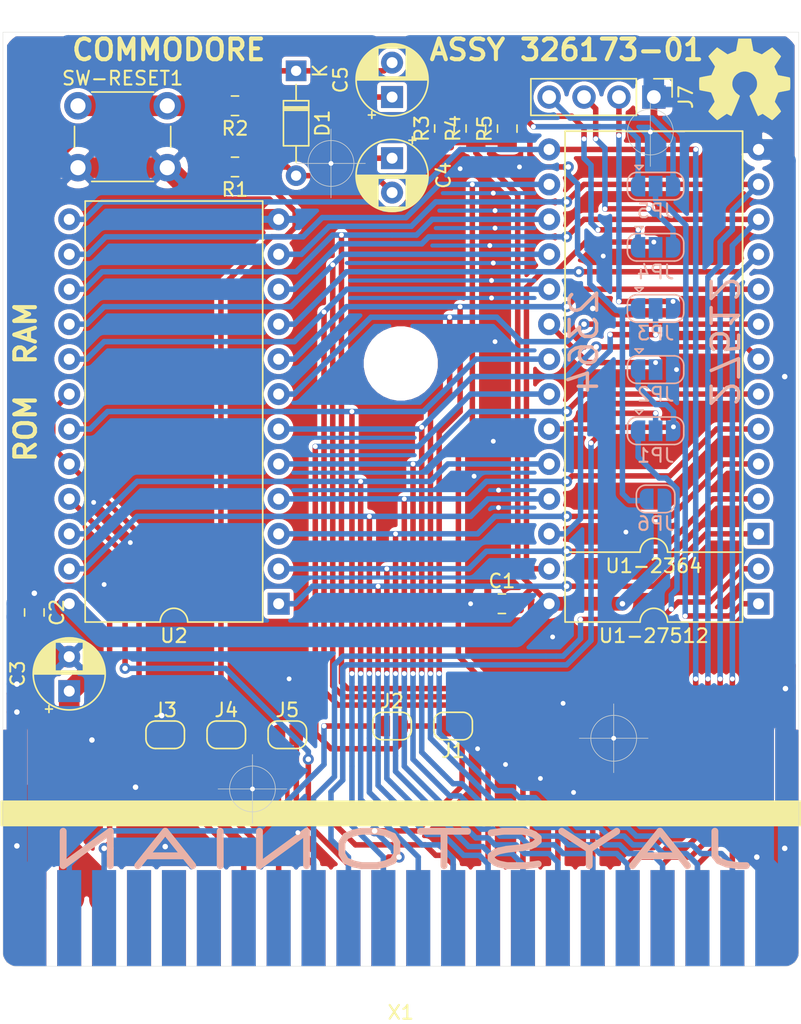
<source format=kicad_pcb>
(kicad_pcb (version 20171130) (host pcbnew "(5.1.5)-3")
  (layers (0 F.Cu signal) (31 B.Cu signal) (34 B.Paste user hide) (35 F.Paste user hide) (36 B.SilkS user) (37 F.SilkS user) (38 B.Mask user hide) (39 F.Mask user hide) (44 Edge.Cuts user))
  (net 0 "")
  (net 1 GND)
  (net 2 "Net-(X1-Pad4)")
  (net 3 "Net-(X1-Pad5)")
  (net 4 "Net-(X1-Pad6)")
  (net 5 "Net-(X1-Pad12)")
  (net 6 "Net-(X1-PadE)")
  (net 7 "Net-(X1-PadD)")
  (net 8 +5V)
  (net 9 /~EXROM)
  (net 10 "Net-(C4-Pad2)")
  (net 11 "Net-(C5-Pad2)")
  (net 12 /~RESET)
  (net 13 "Net-(J1-Pad2)")
  (net 14 /~ROML)
  (net 15 /~ROMH)
  (net 16 /~GAME)
  (net 17 /~IO2)
  (net 18 /A7)
  (net 19 /D3)
  (net 20 /A6)
  (net 21 /D4)
  (net 22 /A5)
  (net 23 /D5)
  (net 24 /A4)
  (net 25 /D6)
  (net 26 /A3)
  (net 27 /D7)
  (net 28 /A2)
  (net 29 /A11)
  (net 30 /A1)
  (net 31 /A10)
  (net 32 /A0)
  (net 33 /D0)
  (net 34 /A12)
  (net 35 /D1)
  (net 36 /A9)
  (net 37 /D2)
  (net 38 /A8)
  (net 39 /~IO1)
  (net 40 /A15)
  (net 41 /A14)
  (net 42 /A13)
  (net 43 /MA12)
  (net 44 /MA11)
  (net 45 /XA13)
  (net 46 /XA15)
  (net 47 /XA14)
  (net 48 /SA13)
  (net 49 /SA14)
  (net 50 /SA15)
  (net 51 /PULLUP13)
  (net 52 /PULLUP14)
  (net 53 /PULLUP15)
  (net 54 /~DMA)
  (module Package_DIP:DIP-24_W15.24mm (layer F.Cu) (at 168.275 116.84 180)
    (fp_text reference U1-2364 (at 7.62 -2.33) (layer F.SilkS))
    (fp_text value 2364)
    (pad 1 thru_hole rect (at 0 0 180) (size 1.6 1.6) (drill 0.8) (layers *.Cu *.Mask) (net 18 /A7))
    (pad 13 thru_hole oval (at 15.24 27.94 180) (size 1.6 1.6) (drill 0.8) (layers *.Cu *.Mask) (net 19 /D3))
    (pad 2 thru_hole oval (at 0 2.54 180) (size 1.6 1.6) (drill 0.8) (layers *.Cu *.Mask) (net 20 /A6))
    (pad 14 thru_hole oval (at 15.24 25.4 180) (size 1.6 1.6) (drill 0.8) (layers *.Cu *.Mask) (net 21 /D4))
    (pad 3 thru_hole oval (at 0 5.08 180) (size 1.6 1.6) (drill 0.8) (layers *.Cu *.Mask) (net 22 /A5))
    (pad 15 thru_hole oval (at 15.24 22.86 180) (size 1.6 1.6) (drill 0.8) (layers *.Cu *.Mask) (net 23 /D5))
    (pad 4 thru_hole oval (at 0 7.62 180) (size 1.6 1.6) (drill 0.8) (layers *.Cu *.Mask) (net 24 /A4))
    (pad 16 thru_hole oval (at 15.24 20.32 180) (size 1.6 1.6) (drill 0.8) (layers *.Cu *.Mask) (net 25 /D6))
    (pad 5 thru_hole oval (at 0 10.16 180) (size 1.6 1.6) (drill 0.8) (layers *.Cu *.Mask) (net 26 /A3))
    (pad 17 thru_hole oval (at 15.24 17.78 180) (size 1.6 1.6) (drill 0.8) (layers *.Cu *.Mask) (net 27 /D7))
    (pad 6 thru_hole oval (at 0 12.7 180) (size 1.6 1.6) (drill 0.8) (layers *.Cu *.Mask) (net 28 /A2))
    (pad 18 thru_hole oval (at 15.24 15.24 180) (size 1.6 1.6) (drill 0.8) (layers *.Cu *.Mask) (net 44 /MA11))
    (pad 7 thru_hole oval (at 0 15.24 180) (size 1.6 1.6) (drill 0.8) (layers *.Cu *.Mask) (net 30 /A1))
    (pad 19 thru_hole oval (at 15.24 12.7 180) (size 1.6 1.6) (drill 0.8) (layers *.Cu *.Mask) (net 31 /A10))
    (pad 8 thru_hole oval (at 0 17.78 180) (size 1.6 1.6) (drill 0.8) (layers *.Cu *.Mask) (net 32 /A0))
    (pad 20 thru_hole oval (at 15.24 10.16 180) (size 1.6 1.6) (drill 0.8) (layers *.Cu *.Mask) (net 13 "Net-(J1-Pad2)"))
    (pad 9 thru_hole oval (at 0 20.32 180) (size 1.6 1.6) (drill 0.8) (layers *.Cu *.Mask) (net 33 /D0))
    (pad 21 thru_hole oval (at 15.24 7.62 180) (size 1.6 1.6) (drill 0.8) (layers *.Cu *.Mask) (net 43 /MA12))
    (pad 10 thru_hole oval (at 0 22.86 180) (size 1.6 1.6) (drill 0.8) (layers *.Cu *.Mask) (net 35 /D1))
    (pad 22 thru_hole oval (at 15.24 5.08 180) (size 1.6 1.6) (drill 0.8) (layers *.Cu *.Mask) (net 36 /A9))
    (pad 11 thru_hole oval (at 0 25.4 180) (size 1.6 1.6) (drill 0.8) (layers *.Cu *.Mask) (net 37 /D2))
    (pad 23 thru_hole oval (at 15.24 2.54 180) (size 1.6 1.6) (drill 0.8) (layers *.Cu *.Mask) (net 38 /A8))
    (pad 12 thru_hole oval (at 0 27.94 180) (size 1.6 1.6) (drill 0.8) (layers *.Cu *.Mask) (net 1 GND))
    (pad 24 thru_hole oval (at 15.24 0 180) (size 1.6 1.6) (drill 0.8) (layers *.Cu *.Mask) (net 45 /XA13))
  )
  (module Symbol:OSHW-Symbol_6.7x6mm_SilkScreen (layer F.Cu) (at 167.259 83.82)
    (fp_text reference REF** hide)
    (fp_text value OSHW-Symbol_6.7x6mm_SilkScreen hide)
  )
  (module Capacitor_THT:CP_Radial_D5.0mm_P2.50mm (layer F.Cu) (at 118.11 128.27 90)
    (fp_text reference C3 (at 1.25 -3.75 90) (layer F.SilkS))
    (fp_text value 10u)
    (pad 1 thru_hole rect (at 0 0 90) (size 1.6 1.6) (drill 0.8) (layers *.Cu *.Mask) (net 8 +5V))
    (pad 2 thru_hole circle (at 2.5 0 90) (size 1.6 1.6) (drill 0.8) (layers *.Cu *.Mask) (net 1 GND))
  )
  (module Capacitor_THT:CP_Radial_D5.0mm_P2.50mm (layer F.Cu) (at 141.605 89.535 270)
    (fp_text reference C4 (at 1.25 -3.75 90) (layer F.SilkS))
    (fp_text value 10u)
    (pad 1 thru_hole rect (at 0 0 270) (size 1.6 1.6) (drill 0.8) (layers *.Cu *.Mask) (net 9 /~EXROM))
    (pad 2 thru_hole circle (at 2.5 0 270) (size 1.6 1.6) (drill 0.8) (layers *.Cu *.Mask) (net 10 "Net-(C4-Pad2)"))
  )
  (module Capacitor_THT:CP_Radial_D5.0mm_P2.50mm (layer F.Cu) (at 141.605 85.09 90)
    (fp_text reference C5 (at 1.25 -3.75 90) (layer F.SilkS))
    (fp_text value 10u)
    (pad 2 thru_hole circle (at 2.5 0 90) (size 1.6 1.6) (drill 0.8) (layers *.Cu *.Mask) (net 11 "Net-(C5-Pad2)"))
    (pad 1 thru_hole rect (at 0 0 90) (size 1.6 1.6) (drill 0.8) (layers *.Cu *.Mask) (net 12 /~RESET))
  )
  (module Diode_THT:D_DO-34_SOD68_P7.62mm_Horizontal (layer F.Cu) (at 134.62 83.185 270)
    (fp_text reference D1 (at 3.81 -1.92 90) (layer F.SilkS))
    (fp_text value 1n4148)
    (fp_text user K (at 0 -1.75 90) (layer F.SilkS))
    (pad 1 thru_hole rect (at 0 0 270) (size 1.5 1.5) (drill 0.75) (layers *.Cu *.Mask) (net 11 "Net-(C5-Pad2)"))
    (pad 2 thru_hole oval (at 7.62 0 270) (size 1.5 1.5) (drill 0.75) (layers *.Cu *.Mask) (net 10 "Net-(C4-Pad2)"))
  )
  (module Jumper:SolderJumper-2_P1.3mm_Open_RoundedPad1.0x1.5mm (layer F.Cu) (at 146.05 130.81 180)
    (fp_text reference J1 (at 0 -1.8) (layer F.SilkS))
    (fp_text value ROML)
    (pad 2 smd custom (at 0.65 0 180) (size 1 0.5) (layers F.Cu F.Mask) (net 13 "Net-(J1-Pad2)") (options (clearance outline) (anchor rect)) (primitives (gr_circle (center 0 0.25) (end 0.5 0.25) (width 0)) (gr_circle (center 0 -0.25) (end 0.5 -0.25) (width 0)) (gr_poly (pts (xy 0 -0.75) (xy -0.5 -0.75) (xy -0.5 0.75) (xy 0 0.75)) (width 0))))
    (pad 1 smd custom (at -0.65 0 180) (size 1 0.5) (layers F.Cu F.Mask) (net 14 /~ROML) (options (clearance outline) (anchor rect)) (primitives (gr_circle (center 0 0.25) (end 0.5 0.25) (width 0)) (gr_circle (center 0 -0.25) (end 0.5 -0.25) (width 0)) (gr_poly (pts (xy 0 -0.75) (xy 0.5 -0.75) (xy 0.5 0.75) (xy 0 0.75)) (width 0))))
  )
  (module Jumper:SolderJumper-2_P1.3mm_Open_RoundedPad1.0x1.5mm (layer F.Cu) (at 141.605 130.81)
    (fp_text reference J2 (at 0 -1.8) (layer F.SilkS))
    (fp_text value ROMH)
    (pad 1 smd custom (at -0.65 0) (size 1 0.5) (layers F.Cu F.Mask) (net 15 /~ROMH) (options (clearance outline) (anchor rect)) (primitives (gr_circle (center 0 0.25) (end 0.5 0.25) (width 0)) (gr_circle (center 0 -0.25) (end 0.5 -0.25) (width 0)) (gr_poly (pts (xy 0 -0.75) (xy 0.5 -0.75) (xy 0.5 0.75) (xy 0 0.75)) (width 0))))
    (pad 2 smd custom (at 0.65 0) (size 1 0.5) (layers F.Cu F.Mask) (net 13 "Net-(J1-Pad2)") (options (clearance outline) (anchor rect)) (primitives (gr_circle (center 0 0.25) (end 0.5 0.25) (width 0)) (gr_circle (center 0 -0.25) (end 0.5 -0.25) (width 0)) (gr_poly (pts (xy 0 -0.75) (xy -0.5 -0.75) (xy -0.5 0.75) (xy 0 0.75)) (width 0))))
  )
  (module Jumper:SolderJumper-2_P1.3mm_Open_RoundedPad1.0x1.5mm (layer F.Cu) (at 125.095 131.445)
    (fp_text reference J3 (at 0 -1.8) (layer F.SilkS))
    (fp_text value GAME)
    (pad 1 smd custom (at -0.65 0) (size 1 0.5) (layers F.Cu F.Mask) (net 1 GND) (options (clearance outline) (anchor rect)) (primitives (gr_circle (center 0 0.25) (end 0.5 0.25) (width 0)) (gr_circle (center 0 -0.25) (end 0.5 -0.25) (width 0)) (gr_poly (pts (xy 0 -0.75) (xy 0.5 -0.75) (xy 0.5 0.75) (xy 0 0.75)) (width 0))))
    (pad 2 smd custom (at 0.65 0) (size 1 0.5) (layers F.Cu F.Mask) (net 16 /~GAME) (options (clearance outline) (anchor rect)) (primitives (gr_circle (center 0 0.25) (end 0.5 0.25) (width 0)) (gr_circle (center 0 -0.25) (end 0.5 -0.25) (width 0)) (gr_poly (pts (xy 0 -0.75) (xy -0.5 -0.75) (xy -0.5 0.75) (xy 0 0.75)) (width 0))))
  )
  (module Jumper:SolderJumper-2_P1.3mm_Open_RoundedPad1.0x1.5mm (layer F.Cu) (at 129.54 131.445)
    (fp_text reference J4 (at 0 -1.8) (layer F.SilkS))
    (fp_text value EXROM)
    (pad 2 smd custom (at 0.65 0) (size 1 0.5) (layers F.Cu F.Mask) (net 9 /~EXROM) (options (clearance outline) (anchor rect)) (primitives (gr_circle (center 0 0.25) (end 0.5 0.25) (width 0)) (gr_circle (center 0 -0.25) (end 0.5 -0.25) (width 0)) (gr_poly (pts (xy 0 -0.75) (xy -0.5 -0.75) (xy -0.5 0.75) (xy 0 0.75)) (width 0))))
    (pad 1 smd custom (at -0.65 0) (size 1 0.5) (layers F.Cu F.Mask) (net 1 GND) (options (clearance outline) (anchor rect)) (primitives (gr_circle (center 0 0.25) (end 0.5 0.25) (width 0)) (gr_circle (center 0 -0.25) (end 0.5 -0.25) (width 0)) (gr_poly (pts (xy 0 -0.75) (xy 0.5 -0.75) (xy 0.5 0.75) (xy 0 0.75)) (width 0))))
  )
  (module Jumper:SolderJumper-2_P1.3mm_Open_RoundedPad1.0x1.5mm (layer F.Cu) (at 133.985 131.445)
    (fp_text reference J5 (at 0 -1.8) (layer F.SilkS))
    (fp_text value IO2)
    (pad 1 smd custom (at -0.65 0) (size 1 0.5) (layers F.Cu F.Mask) (net 9 /~EXROM) (options (clearance outline) (anchor rect)) (primitives (gr_circle (center 0 0.25) (end 0.5 0.25) (width 0)) (gr_circle (center 0 -0.25) (end 0.5 -0.25) (width 0)) (gr_poly (pts (xy 0 -0.75) (xy 0.5 -0.75) (xy 0.5 0.75) (xy 0 0.75)) (width 0))))
    (pad 2 smd custom (at 0.65 0) (size 1 0.5) (layers F.Cu F.Mask) (net 17 /~IO2) (options (clearance outline) (anchor rect)) (primitives (gr_circle (center 0 0.25) (end 0.5 0.25) (width 0)) (gr_circle (center 0 -0.25) (end 0.5 -0.25) (width 0)) (gr_poly (pts (xy 0 -0.75) (xy -0.5 -0.75) (xy -0.5 0.75) (xy 0 0.75)) (width 0))))
  )
  (module Button_Switch_THT:SW_PUSH_6mm_H8mm (layer F.Cu) (at 118.745 85.725)
    (fp_text reference SW-RESET1 (at 3.25 -2) (layer F.SilkS))
    (fp_text value RESET)
    (pad 2 thru_hole circle (at 0 4.5 90) (size 2 2) (drill 1.1) (layers *.Cu *.Mask) (net 1 GND))
    (pad 1 thru_hole circle (at 0 0 90) (size 2 2) (drill 1.1) (layers *.Cu *.Mask) (net 11 "Net-(C5-Pad2)"))
    (pad 2 thru_hole circle (at 6.5 4.5 90) (size 2 2) (drill 1.1) (layers *.Cu *.Mask) (net 1 GND))
    (pad 1 thru_hole circle (at 6.5 0 90) (size 2 2) (drill 1.1) (layers *.Cu *.Mask) (net 11 "Net-(C5-Pad2)"))
  )
  (module Package_DIP:DIP-28_W15.24mm (layer F.Cu) (at 168.275 121.92 180)
    (fp_text reference U1-27512 (at 7.62 -2.33) (layer F.SilkS))
    (fp_text value 27C512)
    (pad 1 thru_hole rect (at 0 0 180) (size 1.6 1.6) (drill 0.8) (layers *.Cu *.Mask) (net 46 /XA15))
    (pad 15 thru_hole oval (at 15.24 33.02 180) (size 1.6 1.6) (drill 0.8) (layers *.Cu *.Mask) (net 19 /D3))
    (pad 2 thru_hole oval (at 0 2.54 180) (size 1.6 1.6) (drill 0.8) (layers *.Cu *.Mask) (net 34 /A12))
    (pad 16 thru_hole oval (at 15.24 30.48 180) (size 1.6 1.6) (drill 0.8) (layers *.Cu *.Mask) (net 21 /D4))
    (pad 3 thru_hole oval (at 0 5.08 180) (size 1.6 1.6) (drill 0.8) (layers *.Cu *.Mask) (net 18 /A7))
    (pad 17 thru_hole oval (at 15.24 27.94 180) (size 1.6 1.6) (drill 0.8) (layers *.Cu *.Mask) (net 23 /D5))
    (pad 4 thru_hole oval (at 0 7.62 180) (size 1.6 1.6) (drill 0.8) (layers *.Cu *.Mask) (net 20 /A6))
    (pad 18 thru_hole oval (at 15.24 25.4 180) (size 1.6 1.6) (drill 0.8) (layers *.Cu *.Mask) (net 25 /D6))
    (pad 5 thru_hole oval (at 0 10.16 180) (size 1.6 1.6) (drill 0.8) (layers *.Cu *.Mask) (net 22 /A5))
    (pad 19 thru_hole oval (at 15.24 22.86 180) (size 1.6 1.6) (drill 0.8) (layers *.Cu *.Mask) (net 27 /D7))
    (pad 6 thru_hole oval (at 0 12.7 180) (size 1.6 1.6) (drill 0.8) (layers *.Cu *.Mask) (net 24 /A4))
    (pad 20 thru_hole oval (at 15.24 20.32 180) (size 1.6 1.6) (drill 0.8) (layers *.Cu *.Mask) (net 44 /MA11))
    (pad 7 thru_hole oval (at 0 15.24 180) (size 1.6 1.6) (drill 0.8) (layers *.Cu *.Mask) (net 26 /A3))
    (pad 21 thru_hole oval (at 15.24 17.78 180) (size 1.6 1.6) (drill 0.8) (layers *.Cu *.Mask) (net 31 /A10))
    (pad 8 thru_hole oval (at 0 17.78 180) (size 1.6 1.6) (drill 0.8) (layers *.Cu *.Mask) (net 28 /A2))
    (pad 22 thru_hole oval (at 15.24 15.24 180) (size 1.6 1.6) (drill 0.8) (layers *.Cu *.Mask) (net 13 "Net-(J1-Pad2)"))
    (pad 9 thru_hole oval (at 0 20.32 180) (size 1.6 1.6) (drill 0.8) (layers *.Cu *.Mask) (net 30 /A1))
    (pad 23 thru_hole oval (at 15.24 12.7 180) (size 1.6 1.6) (drill 0.8) (layers *.Cu *.Mask) (net 43 /MA12))
    (pad 10 thru_hole oval (at 0 22.86 180) (size 1.6 1.6) (drill 0.8) (layers *.Cu *.Mask) (net 32 /A0))
    (pad 24 thru_hole oval (at 15.24 10.16 180) (size 1.6 1.6) (drill 0.8) (layers *.Cu *.Mask) (net 36 /A9))
    (pad 11 thru_hole oval (at 0 25.4 180) (size 1.6 1.6) (drill 0.8) (layers *.Cu *.Mask) (net 33 /D0))
    (pad 25 thru_hole oval (at 15.24 7.62 180) (size 1.6 1.6) (drill 0.8) (layers *.Cu *.Mask) (net 38 /A8))
    (pad 12 thru_hole oval (at 0 27.94 180) (size 1.6 1.6) (drill 0.8) (layers *.Cu *.Mask) (net 35 /D1))
    (pad 26 thru_hole oval (at 15.24 5.08 180) (size 1.6 1.6) (drill 0.8) (layers *.Cu *.Mask) (net 45 /XA13))
    (pad 13 thru_hole oval (at 0 30.48 180) (size 1.6 1.6) (drill 0.8) (layers *.Cu *.Mask) (net 37 /D2))
    (pad 27 thru_hole oval (at 15.24 2.54 180) (size 1.6 1.6) (drill 0.8) (layers *.Cu *.Mask) (net 47 /XA14))
    (pad 14 thru_hole oval (at 0 33.02 180) (size 1.6 1.6) (drill 0.8) (layers *.Cu *.Mask) (net 1 GND))
    (pad 28 thru_hole oval (at 15.24 0 180) (size 1.6 1.6) (drill 0.8) (layers *.Cu *.Mask) (net 8 +5V))
  )
  (module CPU2:C64_EXPANSION_CARD_68mm (layer F.Cu) (at 142.24 151.13)
    (fp_text reference X1 (at 0 0.5) (layer F.SilkS))
    (fp_text value C64_EXPANSION_PORT)
    (fp_line (start -27.94 -2.8575) (end 27.94 -2.8575) (layer Edge.Cuts) (width 0.0254))
    (fp_line (start -28.956 -70.7525) (end -28.956 -3.8735) (layer Edge.Cuts) (width 0.0254))
    (fp_line (start 28.956 -70.7525) (end 28.956 -3.8735) (layer Edge.Cuts) (width 0.0254))
    (fp_arc (start -27.94 -3.8735) (end -28.956 -3.8735) (angle -90) (layer Edge.Cuts) (width 0.0254))
    (fp_line (start -28.956 -70.7525) (end 28.956 -70.7525) (layer Edge.Cuts) (width 0.0254))
    (fp_poly (pts (xy -27.4955 -2.921) (xy -28.194 -2.921) (xy -28.6385 -3.175) (xy -28.8925 -3.6195) (xy -28.8925 -3.8735) (xy -28.8925 -20.0025) (xy -27.4955 -20.0025)) (layer F.Cu) (width 0.1))
    (fp_poly (pts (xy 27.4955 -2.921) (xy 28.194 -2.921) (xy 28.6385 -3.175) (xy 28.8925 -3.6195) (xy 28.8925 -3.8735) (xy 28.8925 -20.0025) (xy 27.4955 -20.0025)) (layer F.Cu) (width 0.1))
    (fp_arc (start 27.94 -3.8735) (end 28.956 -3.8735) (angle 90) (layer Edge.Cuts) (width 0.0254))
    (fp_poly (pts (xy 27.4955 -2.921) (xy 28.194 -2.921) (xy 28.6385 -3.175) (xy 28.8925 -3.6195) (xy 28.8925 -3.8735) (xy 28.8925 -20.0025) (xy 27.4955 -20.0025)) (layer B.Cu) (width 0.1))
    (fp_poly (pts (xy -27.4955 -2.921) (xy -28.194 -2.921) (xy -28.6385 -3.175) (xy -28.8925 -3.6195) (xy -28.8925 -3.8735) (xy -28.8925 -20.0025) (xy -27.4955 -20.0025)) (layer B.Cu) (width 0.1))
    (fp_arc (start -26.8732 -10.414) (end -27.6987 -10.414) (angle -90) (layer F.Cu) (width 0.5))
    (fp_arc (start 26.8859 -10.414) (end 26.8859 -9.5885) (angle -90) (layer F.Cu) (width 0.5))
    (fp_arc (start 26.8859 -10.414) (end 27.7114 -10.414) (angle 90) (layer B.Cu) (width 0.5))
    (fp_arc (start -26.8732 -10.414) (end -26.8732 -9.5885) (angle 90) (layer B.Cu) (width 0.5))
    (fp_arc (start -22.86 -7.7597) (end -21.7043 -7.7343) (angle -180) (layer F.Cu) (width 1.95))
    (pad 1 connect rect (at -26.67 -6.35) (size 1.75 7) (layers F.Cu F.Mask) (net 1 GND))
    (pad 2 connect rect (at -24.13 -6.35) (size 1.75 7) (layers F.Cu F.Mask) (net 8 +5V))
    (pad 3 connect rect (at -21.59 -6.35) (size 1.75 7) (layers F.Cu F.Mask) (net 8 +5V))
    (pad 4 connect rect (at -19.05 -6.35) (size 1.75 7) (layers F.Cu F.Mask) (net 2 "Net-(X1-Pad4)"))
    (pad 5 connect rect (at -16.51 -6.35) (size 1.75 7) (layers F.Cu F.Mask) (net 3 "Net-(X1-Pad5)"))
    (pad 6 connect rect (at -13.97 -6.35) (size 1.75 7) (layers F.Cu F.Mask) (net 4 "Net-(X1-Pad6)"))
    (pad 7 connect rect (at -11.43 -6.35) (size 1.75 7) (layers F.Cu F.Mask) (net 39 /~IO1))
    (pad 8 connect rect (at -8.89 -6.35) (size 1.75 7) (layers F.Cu F.Mask) (net 16 /~GAME))
    (pad 9 connect rect (at -6.35 -6.35) (size 1.75 7) (layers F.Cu F.Mask) (net 9 /~EXROM))
    (pad 10 connect rect (at -3.81 -6.35) (size 1.75 7) (layers F.Cu F.Mask) (net 17 /~IO2))
    (pad 15 connect rect (at 8.89 -6.35) (size 1.75 7) (layers F.Cu F.Mask) (net 25 /D6))
    (pad 14 connect rect (at 6.35 -6.35) (size 1.75 7) (layers F.Cu F.Mask) (net 27 /D7))
    (pad 12 connect rect (at 1.27 -6.35) (size 1.75 7) (layers F.Cu F.Mask) (net 5 "Net-(X1-Pad12)"))
    (pad 13 connect rect (at 3.81 -6.35) (size 1.75 7) (layers F.Cu F.Mask) (net 54 /~DMA))
    (pad 11 connect rect (at -1.27 -6.35) (size 1.75 7) (layers F.Cu F.Mask) (net 14 /~ROML))
    (pad 16 connect rect (at 11.43 -6.35) (size 1.75 7) (layers F.Cu F.Mask) (net 23 /D5))
    (pad 19 connect rect (at 19.05 -6.35) (size 1.75 7) (layers F.Cu F.Mask) (net 37 /D2))
    (pad 17 connect rect (at 13.97 -6.35) (size 1.75 7) (layers F.Cu F.Mask) (net 21 /D4))
    (pad 20 connect rect (at 21.59 -6.35) (size 1.75 7) (layers F.Cu F.Mask) (net 35 /D1))
    (pad 18 connect rect (at 16.51 -6.35) (size 1.75 7) (layers F.Cu F.Mask) (net 19 /D3))
    (pad 22 connect rect (at 26.67 -6.35) (size 1.75 7) (layers F.Cu F.Mask) (net 1 GND))
    (pad 21 connect rect (at 24.13 -6.35) (size 1.75 7) (layers F.Cu F.Mask) (net 33 /D0))
    (pad E connect rect (at -16.51 -6.35) (size 1.75 7) (layers B.Cu B.Mask) (net 6 "Net-(X1-PadE)"))
    (pad D connect rect (at -19.05 -6.35) (size 1.75 7) (layers B.Cu B.Mask) (net 7 "Net-(X1-PadD)"))
    (pad B connect rect (at -24.13 -6.35) (size 1.75 7) (layers B.Cu B.Mask) (net 15 /~ROMH))
    (pad C connect rect (at -21.59 -6.35) (size 1.75 7) (layers B.Cu B.Mask) (net 12 /~RESET))
    (pad S connect rect (at 8.89 -6.35) (size 1.75 7) (layers B.Cu B.Mask) (net 20 /A6))
    (pad M connect rect (at -1.27 -6.35) (size 1.75 7) (layers B.Cu B.Mask) (net 31 /A10))
    (pad T connect rect (at 11.43 -6.35) (size 1.75 7) (layers B.Cu B.Mask) (net 22 /A5))
    (pad U connect rect (at 13.97 -6.35) (size 1.75 7) (layers B.Cu B.Mask) (net 24 /A4))
    (pad N connect rect (at 1.27 -6.35) (size 1.75 7) (layers B.Cu B.Mask) (net 36 /A9))
    (pad R connect rect (at 6.35 -6.35) (size 1.75 7) (layers B.Cu B.Mask) (net 18 /A7))
    (pad P connect rect (at 3.81 -6.35) (size 1.75 7) (layers B.Cu B.Mask) (net 38 /A8))
    (pad Z connect rect (at 26.67 -6.35) (size 1.75 7) (layers B.Cu B.Mask) (net 1 GND))
    (pad X connect rect (at 21.59 -6.35) (size 1.75 7) (layers B.Cu B.Mask) (net 30 /A1))
    (pad Y connect rect (at 24.13 -6.35) (size 1.75 7) (layers B.Cu B.Mask) (net 32 /A0))
    (pad V connect rect (at 16.51 -6.35) (size 1.75 7) (layers B.Cu B.Mask) (net 26 /A3))
    (pad W connect rect (at 19.05 -6.35) (size 1.75 7) (layers B.Cu B.Mask) (net 28 /A2))
    (pad A connect rect (at -26.67 -6.35) (size 1.75 7) (layers B.Cu B.Mask) (net 1 GND))
    (pad F connect rect (at -13.97 -6.35) (size 1.75 7) (layers B.Cu B.Mask) (net 40 /A15))
    (pad K connect rect (at -6.35 -6.35) (size 1.75 7) (layers B.Cu B.Mask) (net 34 /A12))
    (pad H connect rect (at -11.43 -6.35) (size 1.75 7) (layers B.Cu B.Mask) (net 41 /A14))
    (pad L connect rect (at -3.81 -6.35) (size 1.75 7) (layers B.Cu B.Mask) (net 29 /A11))
    (pad J connect rect (at -8.89 -6.35) (size 1.75 7) (layers B.Cu B.Mask) (net 42 /A13))
    (pad "" np_thru_hole circle (at 0 -46.6725) (size 4.826 4.826) (drill 4.826) (layers *.Cu))
  )
  (module Jumper:SolderJumper-3_P1.3mm_Open_RoundedPad1.0x1.5mm (layer B.Cu) (at 160.782 109.347)
    (fp_text reference JP1 (at 0 1.8) (layer B.SilkS) (effects (justify mirror)))
    (fp_text value SolderJumper_3_Open)
    (pad 1 smd custom (at -1.3 0) (size 1 0.5) (layers B.Cu B.Mask) (net 34 /A12) (options (clearance outline) (anchor rect)) (primitives (gr_circle (center 0 -0.25) (end 0.5 -0.25) (width 0)) (gr_circle (center 0 0.25) (end 0.5 0.25) (width 0)) (gr_poly (pts (xy 0.55 0.75) (xy 0 0.75) (xy 0 -0.75) (xy 0.55 -0.75)) (width 0))))
    (pad 3 smd custom (at 1.3 0) (size 1 0.5) (layers B.Cu B.Mask) (net 29 /A11) (options (clearance outline) (anchor rect)) (primitives (gr_circle (center 0 -0.25) (end 0.5 -0.25) (width 0)) (gr_circle (center 0 0.25) (end 0.5 0.25) (width 0)) (gr_poly (pts (xy -0.55 0.75) (xy 0 0.75) (xy 0 -0.75) (xy -0.55 -0.75)) (width 0))))
    (pad 2 smd rect (at 0 0) (size 1 1.5) (layers B.Cu B.Mask) (net 43 /MA12))
  )
  (module Jumper:SolderJumper-3_P1.3mm_Open_RoundedPad1.0x1.5mm (layer B.Cu) (at 160.782 104.902)
    (fp_text reference JP2 (at 0 1.8) (layer B.SilkS) (effects (justify mirror)))
    (fp_text value SolderJumper_3_Open)
    (pad 2 smd rect (at 0 0) (size 1 1.5) (layers B.Cu B.Mask) (net 44 /MA11))
    (pad 3 smd custom (at 1.3 0) (size 1 0.5) (layers B.Cu B.Mask) (net 1 GND) (options (clearance outline) (anchor rect)) (primitives (gr_circle (center 0 -0.25) (end 0.5 -0.25) (width 0)) (gr_circle (center 0 0.25) (end 0.5 0.25) (width 0)) (gr_poly (pts (xy -0.55 0.75) (xy 0 0.75) (xy 0 -0.75) (xy -0.55 -0.75)) (width 0))))
    (pad 1 smd custom (at -1.3 0) (size 1 0.5) (layers B.Cu B.Mask) (net 29 /A11) (options (clearance outline) (anchor rect)) (primitives (gr_circle (center 0 -0.25) (end 0.5 -0.25) (width 0)) (gr_circle (center 0 0.25) (end 0.5 0.25) (width 0)) (gr_poly (pts (xy 0.55 0.75) (xy 0 0.75) (xy 0 -0.75) (xy 0.55 -0.75)) (width 0))))
  )
  (module Jumper:SolderJumper-3_P1.3mm_Open_RoundedPad1.0x1.5mm (layer B.Cu) (at 160.782 100.457)
    (fp_text reference JP3 (at 0 1.8) (layer B.SilkS) (effects (justify mirror)))
    (fp_text value SolderJumper_3_Open)
    (pad 2 smd rect (at 0 0) (size 1 1.5) (layers B.Cu B.Mask) (net 45 /XA13))
    (pad 3 smd custom (at 1.3 0) (size 1 0.5) (layers B.Cu B.Mask) (net 48 /SA13) (options (clearance outline) (anchor rect)) (primitives (gr_circle (center 0 -0.25) (end 0.5 -0.25) (width 0)) (gr_circle (center 0 0.25) (end 0.5 0.25) (width 0)) (gr_poly (pts (xy -0.55 0.75) (xy 0 0.75) (xy 0 -0.75) (xy -0.55 -0.75)) (width 0))))
    (pad 1 smd custom (at -1.3 0) (size 1 0.5) (layers B.Cu B.Mask) (net 51 /PULLUP13) (options (clearance outline) (anchor rect)) (primitives (gr_circle (center 0 -0.25) (end 0.5 -0.25) (width 0)) (gr_circle (center 0 0.25) (end 0.5 0.25) (width 0)) (gr_poly (pts (xy 0.55 0.75) (xy 0 0.75) (xy 0 -0.75) (xy 0.55 -0.75)) (width 0))))
  )
  (module Jumper:SolderJumper-3_P1.3mm_Open_RoundedPad1.0x1.5mm (layer B.Cu) (at 160.782 96.012)
    (fp_text reference JP4 (at 0 1.8) (layer B.SilkS) (effects (justify mirror)))
    (fp_text value SolderJumper_3_Open)
    (pad 1 smd custom (at -1.3 0) (size 1 0.5) (layers B.Cu B.Mask) (net 52 /PULLUP14) (options (clearance outline) (anchor rect)) (primitives (gr_circle (center 0 -0.25) (end 0.5 -0.25) (width 0)) (gr_circle (center 0 0.25) (end 0.5 0.25) (width 0)) (gr_poly (pts (xy 0.55 0.75) (xy 0 0.75) (xy 0 -0.75) (xy 0.55 -0.75)) (width 0))))
    (pad 3 smd custom (at 1.3 0) (size 1 0.5) (layers B.Cu B.Mask) (net 49 /SA14) (options (clearance outline) (anchor rect)) (primitives (gr_circle (center 0 -0.25) (end 0.5 -0.25) (width 0)) (gr_circle (center 0 0.25) (end 0.5 0.25) (width 0)) (gr_poly (pts (xy -0.55 0.75) (xy 0 0.75) (xy 0 -0.75) (xy -0.55 -0.75)) (width 0))))
    (pad 2 smd rect (at 0 0) (size 1 1.5) (layers B.Cu B.Mask) (net 47 /XA14))
  )
  (module Jumper:SolderJumper-3_P1.3mm_Open_RoundedPad1.0x1.5mm (layer B.Cu) (at 160.782 91.567)
    (fp_text reference JP5 (at 0 1.8) (layer B.SilkS) (effects (justify mirror)))
    (fp_text value SolderJumper_3_Open)
    (pad 1 smd custom (at -1.3 0) (size 1 0.5) (layers B.Cu B.Mask) (net 53 /PULLUP15) (options (clearance outline) (anchor rect)) (primitives (gr_circle (center 0 -0.25) (end 0.5 -0.25) (width 0)) (gr_circle (center 0 0.25) (end 0.5 0.25) (width 0)) (gr_poly (pts (xy 0.55 0.75) (xy 0 0.75) (xy 0 -0.75) (xy 0.55 -0.75)) (width 0))))
    (pad 3 smd custom (at 1.3 0) (size 1 0.5) (layers B.Cu B.Mask) (net 50 /SA15) (options (clearance outline) (anchor rect)) (primitives (gr_circle (center 0 -0.25) (end 0.5 -0.25) (width 0)) (gr_circle (center 0 0.25) (end 0.5 0.25) (width 0)) (gr_poly (pts (xy -0.55 0.75) (xy 0 0.75) (xy 0 -0.75) (xy -0.55 -0.75)) (width 0))))
    (pad 2 smd rect (at 0 0) (size 1 1.5) (layers B.Cu B.Mask) (net 46 /XA15))
  )
  (module Resistor_SMD:R_0805_2012Metric_Pad1.15x1.40mm_HandSolder (layer F.Cu) (at 130.175 90.17 180)
    (fp_text reference R1 (at 0 -1.65) (layer F.SilkS))
    (fp_text value 12k)
    (pad 1 smd roundrect (at -1.025 0 180) (size 1.15 1.4) (layers F.Cu F.Paste F.Mask) (roundrect_rratio 0.217391) (net 10 "Net-(C4-Pad2)"))
    (pad 2 smd roundrect (at 1.025 0 180) (size 1.15 1.4) (layers F.Cu F.Paste F.Mask) (roundrect_rratio 0.217391) (net 9 /~EXROM))
  )
  (module Resistor_SMD:R_0805_2012Metric_Pad1.15x1.40mm_HandSolder (layer F.Cu) (at 130.175 85.725 180)
    (fp_text reference R2 (at 0 -1.65) (layer F.SilkS))
    (fp_text value 10k)
    (pad 2 smd roundrect (at 1.025 0 180) (size 1.15 1.4) (layers F.Cu F.Paste F.Mask) (roundrect_rratio 0.217391) (net 11 "Net-(C5-Pad2)"))
    (pad 1 smd roundrect (at -1.025 0 180) (size 1.15 1.4) (layers F.Cu F.Paste F.Mask) (roundrect_rratio 0.217391) (net 12 /~RESET))
  )
  (module Resistor_SMD:R_0805_2012Metric_Pad1.15x1.40mm_HandSolder (layer F.Cu) (at 145.415 87.376 90)
    (fp_text reference R3 (at 0 -1.65 90) (layer F.SilkS))
    (fp_text value 5k6)
    (pad 1 smd roundrect (at -1.025 0 90) (size 1.15 1.4) (layers F.Cu F.Paste F.Mask) (roundrect_rratio 0.217391) (net 8 +5V))
    (pad 2 smd roundrect (at 1.025 0 90) (size 1.15 1.4) (layers F.Cu F.Paste F.Mask) (roundrect_rratio 0.217391) (net 51 /PULLUP13))
  )
  (module Capacitor_SMD:C_0805_2012Metric_Pad1.15x1.40mm_HandSolder (layer F.Cu) (at 149.597 121.92)
    (fp_text reference C1 (at 0 -1.65) (layer F.SilkS))
    (fp_text value 100n)
    (pad 2 smd roundrect (at 1.025 0) (size 1.15 1.4) (layers F.Cu F.Paste F.Mask) (roundrect_rratio 0.217391) (net 8 +5V))
    (pad 1 smd roundrect (at -1.025 0) (size 1.15 1.4) (layers F.Cu F.Paste F.Mask) (roundrect_rratio 0.217391) (net 1 GND))
  )
  (module Capacitor_SMD:C_0805_2012Metric_Pad1.15x1.40mm_HandSolder (layer F.Cu) (at 115.57 122.555 270)
    (fp_text reference C2 (at 0 -1.65 90) (layer F.SilkS))
    (fp_text value 100n)
    (pad 1 smd roundrect (at -1.025 0 270) (size 1.15 1.4) (layers F.Cu F.Paste F.Mask) (roundrect_rratio 0.217391) (net 1 GND))
    (pad 2 smd roundrect (at 1.025 0 270) (size 1.15 1.4) (layers F.Cu F.Paste F.Mask) (roundrect_rratio 0.217391) (net 8 +5V))
  )
  (module Connector_PinHeader_2.54mm:PinHeader_1x04_P2.54mm_Vertical (layer F.Cu) (at 160.655 85.09 270)
    (fp_text reference J7 (at 0 -2.33 90) (layer F.SilkS))
    (fp_text value "27512 Select 8KB")
    (pad 1 thru_hole rect (at 0 0 270) (size 1.7 1.7) (drill 1) (layers *.Cu *.Mask) (net 1 GND))
    (pad 2 thru_hole oval (at 0 2.54 270) (size 1.7 1.7) (drill 1) (layers *.Cu *.Mask) (net 48 /SA13))
    (pad 3 thru_hole oval (at 0 5.08 270) (size 1.7 1.7) (drill 1) (layers *.Cu *.Mask) (net 49 /SA14))
    (pad 4 thru_hole oval (at 0 7.62 270) (size 1.7 1.7) (drill 1) (layers *.Cu *.Mask) (net 50 /SA15))
  )
  (module Package_DIP:DIP-24_W15.24mm (layer F.Cu) (at 133.35 121.92 180)
    (fp_text reference U2 (at 7.62 -2.33) (layer F.SilkS))
    (fp_text value 6114SRAM)
    (pad 1 thru_hole rect (at 0 0 180) (size 1.6 1.6) (drill 0.8) (layers *.Cu *.Mask) (net 18 /A7))
    (pad 13 thru_hole oval (at 15.24 27.94 180) (size 1.6 1.6) (drill 0.8) (layers *.Cu *.Mask) (net 19 /D3))
    (pad 2 thru_hole oval (at 0 2.54 180) (size 1.6 1.6) (drill 0.8) (layers *.Cu *.Mask) (net 20 /A6))
    (pad 14 thru_hole oval (at 15.24 25.4 180) (size 1.6 1.6) (drill 0.8) (layers *.Cu *.Mask) (net 21 /D4))
    (pad 3 thru_hole oval (at 0 5.08 180) (size 1.6 1.6) (drill 0.8) (layers *.Cu *.Mask) (net 22 /A5))
    (pad 15 thru_hole oval (at 15.24 22.86 180) (size 1.6 1.6) (drill 0.8) (layers *.Cu *.Mask) (net 23 /D5))
    (pad 4 thru_hole oval (at 0 7.62 180) (size 1.6 1.6) (drill 0.8) (layers *.Cu *.Mask) (net 24 /A4))
    (pad 16 thru_hole oval (at 15.24 20.32 180) (size 1.6 1.6) (drill 0.8) (layers *.Cu *.Mask) (net 25 /D6))
    (pad 5 thru_hole oval (at 0 10.16 180) (size 1.6 1.6) (drill 0.8) (layers *.Cu *.Mask) (net 26 /A3))
    (pad 17 thru_hole oval (at 15.24 17.78 180) (size 1.6 1.6) (drill 0.8) (layers *.Cu *.Mask) (net 27 /D7))
    (pad 6 thru_hole oval (at 0 12.7 180) (size 1.6 1.6) (drill 0.8) (layers *.Cu *.Mask) (net 28 /A2))
    (pad 18 thru_hole oval (at 15.24 15.24 180) (size 1.6 1.6) (drill 0.8) (layers *.Cu *.Mask) (net 39 /~IO1))
    (pad 7 thru_hole oval (at 0 15.24 180) (size 1.6 1.6) (drill 0.8) (layers *.Cu *.Mask) (net 30 /A1))
    (pad 19 thru_hole oval (at 15.24 12.7 180) (size 1.6 1.6) (drill 0.8) (layers *.Cu *.Mask) (net 31 /A10))
    (pad 8 thru_hole oval (at 0 17.78 180) (size 1.6 1.6) (drill 0.8) (layers *.Cu *.Mask) (net 32 /A0))
    (pad 20 thru_hole oval (at 15.24 10.16 180) (size 1.6 1.6) (drill 0.8) (layers *.Cu *.Mask) (net 39 /~IO1))
    (pad 9 thru_hole oval (at 0 20.32 180) (size 1.6 1.6) (drill 0.8) (layers *.Cu *.Mask) (net 33 /D0))
    (pad 21 thru_hole oval (at 15.24 7.62 180) (size 1.6 1.6) (drill 0.8) (layers *.Cu *.Mask) (net 54 /~DMA))
    (pad 10 thru_hole oval (at 0 22.86 180) (size 1.6 1.6) (drill 0.8) (layers *.Cu *.Mask) (net 35 /D1))
    (pad 22 thru_hole oval (at 15.24 5.08 180) (size 1.6 1.6) (drill 0.8) (layers *.Cu *.Mask) (net 36 /A9))
    (pad 11 thru_hole oval (at 0 25.4 180) (size 1.6 1.6) (drill 0.8) (layers *.Cu *.Mask) (net 37 /D2))
    (pad 23 thru_hole oval (at 15.24 2.54 180) (size 1.6 1.6) (drill 0.8) (layers *.Cu *.Mask) (net 38 /A8))
    (pad 12 thru_hole oval (at 0 27.94 180) (size 1.6 1.6) (drill 0.8) (layers *.Cu *.Mask) (net 1 GND))
    (pad 24 thru_hole oval (at 15.24 0 180) (size 1.6 1.6) (drill 0.8) (layers *.Cu *.Mask) (net 8 +5V))
  )
  (module Jumper:SolderJumper-2_P1.3mm_Open_RoundedPad1.0x1.5mm (layer B.Cu) (at 160.782 114.3)
    (fp_text reference JP6 (at 0 1.8) (layer B.SilkS) (effects (justify mirror)))
    (fp_text value PULLUP)
    (pad 1 smd custom (at -0.65 0) (size 1 0.5) (layers B.Cu B.Mask) (net 51 /PULLUP13) (options (clearance outline) (anchor rect)) (primitives (gr_circle (center 0 -0.25) (end 0.5 -0.25) (width 0)) (gr_circle (center 0 0.25) (end 0.5 0.25) (width 0)) (gr_poly (pts (xy 0 0.75) (xy 0.5 0.75) (xy 0.5 -0.75) (xy 0 -0.75)) (width 0))))
    (pad 2 smd custom (at 0.65 0) (size 1 0.5) (layers B.Cu B.Mask) (net 8 +5V) (options (clearance outline) (anchor rect)) (primitives (gr_circle (center 0 -0.25) (end 0.5 -0.25) (width 0)) (gr_circle (center 0 0.25) (end 0.5 0.25) (width 0)) (gr_poly (pts (xy 0 0.75) (xy -0.5 0.75) (xy -0.5 -0.75) (xy 0 -0.75)) (width 0))))
  )
  (module Resistor_SMD:R_0805_2012Metric_Pad1.15x1.40mm_HandSolder (layer F.Cu) (at 147.701 87.376 90)
    (fp_text reference R4 (at 0 -1.65 90) (layer F.SilkS))
    (fp_text value 5k6)
    (pad 2 smd roundrect (at 1.025 0 90) (size 1.15 1.4) (layers F.Cu F.Paste F.Mask) (roundrect_rratio 0.217391) (net 52 /PULLUP14))
    (pad 1 smd roundrect (at -1.025 0 90) (size 1.15 1.4) (layers F.Cu F.Paste F.Mask) (roundrect_rratio 0.217391) (net 8 +5V))
  )
  (module Resistor_SMD:R_0805_2012Metric_Pad1.15x1.40mm_HandSolder (layer F.Cu) (at 149.987 87.385 90)
    (fp_text reference R5 (at 0 -1.65 90) (layer F.SilkS))
    (fp_text value 5k6)
    (pad 1 smd roundrect (at -1.025 0 90) (size 1.15 1.4) (layers F.Cu F.Paste F.Mask) (roundrect_rratio 0.217391) (net 8 +5V))
    (pad 2 smd roundrect (at 1.025 0 90) (size 1.15 1.4) (layers F.Cu F.Paste F.Mask) (roundrect_rratio 0.217391) (net 53 /PULLUP15))
  )
  (target plus (at 157.734 131.699) (size 5) (width 0.05) (layer Edge.Cuts))
  (target plus (at 131.445 135.382) (size 5) (width 0.05) (layer Edge.Cuts))
  (target plus (at 160.401 87.63) (size 5) (width 0.05) (layer Edge.Cuts))
  (target plus (at 137.16 89.916) (size 5) (width 0.05) (layer Edge.Cuts))
  (gr_text 2364 (at 155.575 102.87 90) (layer B.SilkS) (effects (font (size 2 2) (thickness 0.25)) (justify mirror)))
  (gr_text 27512 (at 165.735 102.87 270) (layer B.SilkS) (effects (font (size 2 2) (thickness 0.25)) (justify mirror)))
  (gr_text JAYSTONIAN (at 142.24 139.827) (layer B.SilkS) (effects (font (size 2.5 6) (thickness 0.5)) (justify mirror)))
  (gr_text "ROM  RAM" (at 114.935 105.791 90) (layer F.SilkS) (effects (font (size 1.5 1.5) (thickness 0.3))))
  (gr_text COMMODORE (at 125.349 81.661) (layer F.SilkS) (effects (font (size 1.5 1.5) (thickness 0.3))))
  (gr_text "ASSY 326173-01" (at 154.305 81.661) (layer F.SilkS) (effects (font (size 1.5 1.5) (thickness 0.3))))
  (segment (start 168.801999 142.298534) (end 168.801999 139.681001) (width 1.5) (layer F.Cu) (net 1))
  (segment (start 169.418 141.224) (end 169.418 138.606467) (width 1.5) (layer F.Cu) (net 1))
  (segment (start 115.697 142.571533) (end 115.697 139.954) (width 1.5) (layer F.Cu) (net 1))
  (segment (start 114.681 142.113) (end 119.62 137.174) (width 1.5) (layer B.Cu) (net 1))
  (via (at 162.306 104.902) (size 0.4) (drill 0.35) (layers F.Cu B.Cu) (net 1))
  (segment (start 170.434 131.546097) (end 170.434 142.621) (width 1.5) (layer F.Cu) (net 1))
  (via (at 170.18 139.7) (size 0.8) (drill 0.4) (layers F.Cu B.Cu) (net 1))
  (segment (start 170.434 137.033) (end 170.434 146.431) (width 1.5) (layer B.Cu) (net 1))
  (via (at 115.57 121.158) (size 0.8) (drill 0.4) (layers F.Cu B.Cu) (net 1))
  (segment (start 114.3 128.44863) (end 114.3 129.794) (width 1.5) (layer F.Cu) (net 1))
  (segment (start 118.11 125.77) (end 116.97863 125.77) (width 1.5) (layer F.Cu) (net 1))
  (segment (start 116.97863 125.77) (end 114.3 128.44863) (width 1.5) (layer F.Cu) (net 1))
  (segment (start 114.3 139.523533) (end 114.3 139.523533) (width 1.5) (layer F.Cu) (net 1))
  (via (at 114.3 139.523533) (size 0.8) (drill 0.4) (layers F.Cu B.Cu) (net 1))
  (segment (start 115.57 144.78) (end 114.3 143.51) (width 1.5) (layer F.Cu) (net 1))
  (segment (start 115.57 144.145) (end 114.3 142.875) (width 1.5) (layer F.Cu) (net 1))
  (segment (start 115.57 144.78) (end 115.57 144.145) (width 1.5) (layer F.Cu) (net 1))
  (segment (start 114.3 142.875) (end 114.3 146.964903) (width 1.5) (layer F.Cu) (net 1))
  (segment (start 115.57 144.78) (end 115.57 144.145) (width 1.5) (layer B.Cu) (net 1))
  (segment (start 115.57 144.145) (end 114.3 142.875) (width 1.5) (layer B.Cu) (net 1))
  (segment (start 114.3 144.603533) (end 114.3 139.7) (width 1.5) (layer B.Cu) (net 1))
  (segment (start 114.3 121.862315) (end 114.3 121.968895) (width 1.5) (layer B.Cu) (net 1))
  (segment (start 115.004315 121.158) (end 114.3 121.862315) (width 1.5) (layer B.Cu) (net 1))
  (segment (start 115.57 121.158) (end 115.004315 121.158) (width 1.5) (layer B.Cu) (net 1))
  (segment (start 124.445 130.697408) (end 124.46 130.682408) (width 0.4) (layer F.Cu) (net 1))
  (segment (start 124.445 131.445) (end 124.445 130.697408) (width 0.4) (layer F.Cu) (net 1))
  (segment (start 124.46 130.682408) (end 124.46 130.429) (width 0.4) (layer F.Cu) (net 1))
  (segment (start 124.46 130.429) (end 124.841 130.048) (width 0.4) (layer F.Cu) (net 1))
  (segment (start 127.493 130.048) (end 128.89 131.445) (width 0.4) (layer F.Cu) (net 1))
  (segment (start 124.841 130.048) (end 127.493 130.048) (width 0.4) (layer F.Cu) (net 1))
  (segment (start 124.841 130.048) (end 124.841 130.048) (width 0.4) (layer F.Cu) (net 1))
  (via (at 124.841 130.048) (size 0.8) (drill 0.4) (layers F.Cu B.Cu) (net 1))
  (segment (start 122.388 130.048) (end 124.841 130.048) (width 0.4) (layer B.Cu) (net 1))
  (segment (start 118.11 125.77) (end 122.388 130.048) (width 0.4) (layer B.Cu) (net 1))
  (segment (start 129 93.98) (end 125.245 90.225) (width 1.5) (layer F.Cu) (net 1))
  (segment (start 133.35 93.98) (end 129 93.98) (width 1.5) (layer F.Cu) (net 1))
  (segment (start 125.245 90.225) (end 118.745 90.225) (width 1.5) (layer F.Cu) (net 1))
  (segment (start 114.3 122.809) (end 114.427 122.682) (width 1.5) (layer B.Cu) (net 1))
  (segment (start 114.3 122.936) (end 114.3 127.762) (width 1.5) (layer B.Cu) (net 1))
  (segment (start 114.3 122.936) (end 114.3 122.809) (width 1.5) (layer B.Cu) (net 1))
  (segment (start 114.3 121.968895) (end 114.3 122.936) (width 1.5) (layer B.Cu) (net 1))
  (segment (start 114.427 84.963) (end 118.04979 81.34021) (width 1.5) (layer B.Cu) (net 1))
  (segment (start 118.04979 81.34021) (end 140.081 81.34021) (width 1.5) (layer B.Cu) (net 1))
  (segment (start 117.021787 89.916) (end 114.427 89.916) (width 1.5) (layer B.Cu) (net 1))
  (segment (start 117.330787 90.225) (end 117.021787 89.916) (width 1.5) (layer B.Cu) (net 1))
  (segment (start 114.427 122.682) (end 114.427 89.916) (width 1.5) (layer B.Cu) (net 1))
  (segment (start 118.745 90.225) (end 117.330787 90.225) (width 1.5) (layer B.Cu) (net 1))
  (segment (start 114.427 89.916) (end 114.427 84.963) (width 1.5) (layer B.Cu) (net 1))
  (segment (start 169.40637 88.9) (end 170.23329 89.72692) (width 1.5) (layer B.Cu) (net 1))
  (segment (start 168.275 88.9) (end 169.40637 88.9) (width 1.5) (layer B.Cu) (net 1))
  (segment (start 170.23329 89.72692) (end 170.23329 127.889) (width 1.5) (layer B.Cu) (net 1))
  (segment (start 170.23329 127.889) (end 170.23329 128.08971) (width 1.5) (layer B.Cu) (net 1))
  (segment (start 170.23329 144.34571) (end 170.23329 142.875) (width 1.5) (layer B.Cu) (net 1))
  (segment (start 168.91 144.78) (end 169.799 144.78) (width 1.5) (layer B.Cu) (net 1))
  (segment (start 169.799 144.78) (end 170.23329 144.34571) (width 1.5) (layer B.Cu) (net 1))
  (segment (start 170.23329 142.94871) (end 170.23329 142.489106) (width 1.5) (layer B.Cu) (net 1))
  (segment (start 168.91 144.78) (end 168.91 144.272) (width 1.5) (layer B.Cu) (net 1))
  (segment (start 168.91 144.272) (end 170.23329 142.94871) (width 1.5) (layer B.Cu) (net 1))
  (segment (start 168.91 144.018) (end 170.23329 142.69471) (width 1.5) (layer F.Cu) (net 1))
  (segment (start 168.91 144.78) (end 168.91 144.018) (width 1.5) (layer F.Cu) (net 1))
  (segment (start 170.23329 142.69471) (end 170.23329 142.489106) (width 1.5) (layer F.Cu) (net 1))
  (segment (start 164.465 85.09) (end 160.655 85.09) (width 1.5) (layer B.Cu) (net 1))
  (segment (start 168.275 88.9) (end 164.465 85.09) (width 1.5) (layer B.Cu) (net 1))
  (segment (start 160.655 82.74) (end 159.25521 81.34021) (width 1.5) (layer B.Cu) (net 1))
  (segment (start 160.655 85.09) (end 160.655 82.74) (width 1.5) (layer B.Cu) (net 1))
  (segment (start 159.25521 81.34021) (end 142.945212 81.34021) (width 1.5) (layer B.Cu) (net 1))
  (segment (start 140.081 81.34021) (end 142.945212 81.34021) (width 0.4) (layer B.Cu) (net 1))
  (segment (start 168.148 124.333) (end 170.23329 126.41829) (width 1.5) (layer F.Cu) (net 1))
  (segment (start 170.23329 126.41829) (end 170.23329 139.524922) (width 1.5) (layer F.Cu) (net 1))
  (segment (start 162.306 104.902) (end 166.624 104.902) (width 0.4) (layer F.Cu) (net 1))
  (segment (start 166.624 104.902) (end 167.132 105.41) (width 0.4) (layer F.Cu) (net 1))
  (segment (start 167.132 105.41) (end 170.18 105.41) (width 0.4) (layer F.Cu) (net 1))
  (segment (start 170.18 105.41) (end 170.18 105.41) (width 0.4) (layer F.Cu) (net 1))
  (via (at 170.18 105.41) (size 0.8) (drill 0.4) (layers F.Cu B.Cu) (net 1))
  (segment (start 148.572 122.62) (end 148.572 121.92) (width 1.5) (layer F.Cu) (net 1))
  (segment (start 150.285 124.333) (end 148.572 122.62) (width 1.5) (layer F.Cu) (net 1))
  (segment (start 168.148 124.333) (end 153.289 124.333) (width 1.5) (layer F.Cu) (net 1))
  (via (at 148.971 110.109) (size 0.4) (drill 0.35) (layers F.Cu B.Cu) (net 1))
  (via (at 147.574 112.649) (size 0.4) (drill 0.35) (layers F.Cu B.Cu) (net 1))
  (via (at 149.098 102.87) (size 0.4) (drill 0.35) (layers F.Cu B.Cu) (net 1))
  (via (at 148.844 99.695) (size 0.4) (drill 0.35) (layers F.Cu B.Cu) (net 1))
  (via (at 148.844 98.425) (size 0.4) (drill 0.35) (layers F.Cu B.Cu) (net 1))
  (via (at 148.971 97.155) (size 0.4) (drill 0.35) (layers F.Cu B.Cu) (net 1))
  (via (at 148.717 95.885) (size 0.4) (drill 0.35) (layers F.Cu B.Cu) (net 1))
  (via (at 149.098 94.615) (size 0.4) (drill 0.35) (layers F.Cu B.Cu) (net 1))
  (via (at 149.098 93.345) (size 0.4) (drill 0.35) (layers F.Cu B.Cu) (net 1))
  (via (at 148.971 92.075) (size 0.4) (drill 0.35) (layers F.Cu B.Cu) (net 1))
  (via (at 146.558 90.297) (size 0.4) (drill 0.35) (layers F.Cu B.Cu) (net 1))
  (via (at 160.401 87.63) (size 0.4) (drill 0.35) (layers F.Cu B.Cu) (net 1))
  (via (at 149.352 114.935) (size 0.4) (drill 0.35) (layers F.Cu B.Cu) (net 1))
  (via (at 149.352 113.665) (size 0.4) (drill 0.35) (layers F.Cu B.Cu) (net 1))
  (via (at 147.32 121.92) (size 0.4) (drill 0.35) (layers F.Cu B.Cu) (net 1))
  (segment (start 153.289 124.333) (end 150.285 124.333) (width 1.5) (layer F.Cu) (net 1))
  (via (at 153.289 124.333) (size 0.4) (drill 0.35) (layers F.Cu B.Cu) (net 1))
  (segment (start 119.798999 124.497999) (end 118.999 123.698) (width 1.5) (layer F.Cu) (net 8))
  (segment (start 118.11 144.78) (end 118.11 142.24) (width 0.25) (layer F.Cu) (net 8))
  (segment (start 118.11 142.24) (end 119.38 140.97) (width 0.25) (layer F.Cu) (net 8))
  (segment (start 119.38 140.97) (end 120.65 142.24) (width 0.25) (layer F.Cu) (net 8))
  (segment (start 120.65 142.24) (end 120.65 144.78) (width 0.25) (layer F.Cu) (net 8))
  (segment (start 118.11 144.640739) (end 118.084463 144.63942) (width 0.25) (layer F.Cu) (net 8))
  (segment (start 118.11 144.78) (end 118.11 144.640739) (width 0.25) (layer F.Cu) (net 8))
  (segment (start 120.65 144.69487) (end 120.654214 144.694838) (width 0.25) (layer F.Cu) (net 8))
  (segment (start 120.65 144.78) (end 120.65 144.69487) (width 0.25) (layer F.Cu) (net 8))
  (segment (start 118.11 139.7) (end 120.65 142.24) (width 1.5) (layer F.Cu) (net 8))
  (segment (start 118.11 132.715) (end 118.11 142) (width 1.5) (layer F.Cu) (net 8))
  (segment (start 118.11 128.27) (end 118.11 132.715) (width 1.5) (layer F.Cu) (net 8))
  (segment (start 118.909999 122.719999) (end 118.11 121.92) (width 1.5) (layer F.Cu) (net 8))
  (segment (start 119.860001 123.670001) (end 118.909999 122.719999) (width 1.5) (layer F.Cu) (net 8))
  (segment (start 119.860001 126.610001) (end 119.860001 123.670001) (width 1.5) (layer F.Cu) (net 8))
  (segment (start 118.200002 128.27) (end 119.860001 126.610001) (width 1.5) (layer F.Cu) (net 8))
  (segment (start 118.11 128.27) (end 118.200002 128.27) (width 1.5) (layer F.Cu) (net 8))
  (segment (start 116.45 123.58) (end 115.57 123.58) (width 1.5) (layer F.Cu) (net 8))
  (segment (start 118.11 121.92) (end 116.45 123.58) (width 1.5) (layer F.Cu) (net 8))
  (segment (start 119.77 123.58) (end 119.860001 123.670001) (width 1.5) (layer F.Cu) (net 8))
  (segment (start 115.57 123.58) (end 119.77 123.58) (width 1.5) (layer F.Cu) (net 8))
  (segment (start 118.11 121.92) (end 120.523 124.333) (width 1.5) (layer B.Cu) (net 8))
  (segment (start 150.622 124.333) (end 153.035 121.92) (width 1.5) (layer B.Cu) (net 8))
  (segment (start 120.523 124.333) (end 150.622 124.333) (width 1.5) (layer B.Cu) (net 8))
  (segment (start 153.035 121.92) (end 152.235001 121.120001) (width 0.4) (layer F.Cu) (net 8))
  (segment (start 152.235001 121.120001) (end 151.638 120.523) (width 0.4) (layer F.Cu) (net 8))
  (segment (start 151.638 120.523) (end 151.638 120.904) (width 0.4) (layer F.Cu) (net 8))
  (segment (start 151.638 120.904) (end 150.622 121.92) (width 0.4) (layer F.Cu) (net 8))
  (segment (start 153.035 121.92) (end 154.16637 121.92) (width 1) (layer F.Cu) (net 8))
  (segment (start 154.16637 121.92) (end 158.369 121.92) (width 1) (layer F.Cu) (net 8))
  (segment (start 158.369 121.92) (end 158.369 121.92) (width 1) (layer F.Cu) (net 8))
  (via (at 158.369 121.92) (size 0.8) (drill 0.4) (layers F.Cu B.Cu) (net 8))
  (segment (start 161.432 118.857) (end 161.432 114.427) (width 1) (layer B.Cu) (net 8))
  (segment (start 158.369 121.92) (end 161.432 118.857) (width 1) (layer B.Cu) (net 8))
  (segment (start 161.432 114.3) (end 161.432 114.427) (width 0.4) (layer B.Cu) (net 8))
  (segment (start 147.701 89.154) (end 147.701 88.401) (width 0.4) (layer F.Cu) (net 8))
  (segment (start 150.749 92.202) (end 147.701 89.154) (width 0.4) (layer F.Cu) (net 8))
  (segment (start 151.638 120.523) (end 150.749 119.634) (width 0.4) (layer F.Cu) (net 8))
  (segment (start 150.749 119.634) (end 150.749 92.202) (width 0.4) (layer F.Cu) (net 8))
  (segment (start 149.978 88.401) (end 149.987 88.41) (width 0.4) (layer F.Cu) (net 8))
  (segment (start 145.415 88.401) (end 149.978 88.401) (width 0.4) (layer F.Cu) (net 8))
  (segment (start 164.86 137.047) (end 168.148 140.335) (width 1.5) (layer B.Cu) (net 1))
  (segment (start 114.699999 139.123534) (end 114.699999 136.506001) (width 1.5) (layer F.Cu) (net 1))
  (segment (start 114.3 139.523533) (end 114.699999 139.123534) (width 1.5) (layer F.Cu) (net 1))
  (segment (start 114.699999 136.506001) (end 115.57 135.636) (width 1.5) (layer F.Cu) (net 1))
  (segment (start 114.3 136.906) (end 115.729617 138.335617) (width 1.5) (layer F.Cu) (net 1))
  (segment (start 114.3 136.906) (end 114.3 142.875) (width 1.5) (layer F.Cu) (net 1))
  (segment (start 114.3 135.89) (end 114.3 136.906) (width 1.5) (layer F.Cu) (net 1))
  (segment (start 115.729617 140.175383) (end 115.723745 140.181254) (width 1.5) (layer F.Cu) (net 1))
  (segment (start 115.729617 138.335617) (end 115.729617 140.175383) (width 1.5) (layer F.Cu) (net 1))
  (segment (start 114.3 127.762) (end 114.3 139.523533) (width 1.5) (layer B.Cu) (net 1))
  (via (at 114.3 127.762) (size 0.8) (drill 0.4) (layers F.Cu B.Cu) (net 1))
  (segment (start 114.3 129.794) (end 114.3 139.523533) (width 1.5) (layer F.Cu) (net 1))
  (via (at 114.3 129.794) (size 0.8) (drill 0.4) (layers F.Cu B.Cu) (net 1))
  (segment (start 168.148 140.335) (end 169.799 141.986) (width 1.5) (layer B.Cu) (net 1))
  (via (at 168.148 140.335) (size 0.8) (drill 0.4) (layers F.Cu B.Cu) (net 1))
  (segment (start 170.23329 128.08971) (end 170.23329 137.287) (width 1.5) (layer B.Cu) (net 1))
  (via (at 170.23329 128.08971) (size 0.8) (drill 0.4) (layers F.Cu B.Cu) (net 1))
  (via (at 122.936 135.255) (size 0.8) (drill 0.4) (layers F.Cu B.Cu) (net 1))
  (via (at 119.761 131.826) (size 0.8) (drill 0.4) (layers F.Cu B.Cu) (net 1))
  (via (at 125.095 139.573) (size 0.8) (drill 0.4) (layers F.Cu B.Cu) (net 1))
  (via (at 156.21 100.457) (size 0.8) (drill 0.4) (layers F.Cu B.Cu) (net 1))
  (via (at 156.972 96.647) (size 0.4) (drill 0.35) (layers F.Cu B.Cu) (net 1))
  (via (at 150.876 90.17) (size 0.4) (drill 0.35) (layers F.Cu B.Cu) (net 1))
  (via (at 120.65 120.523) (size 0.4) (drill 0.35) (layers F.Cu B.Cu) (net 1))
  (via (at 122.555 117.475) (size 0.4) (drill 0.35) (layers F.Cu B.Cu) (net 1))
  (via (at 119.888 114.554) (size 0.4) (drill 0.35) (layers F.Cu B.Cu) (net 1))
  (via (at 154.813 135.636) (size 0.4) (drill 0.35) (layers F.Cu B.Cu) (net 1))
  (via (at 152.4 134.62) (size 0.4) (drill 0.35) (layers F.Cu B.Cu) (net 1))
  (via (at 149.86 133.604) (size 0.4) (drill 0.35) (layers F.Cu B.Cu) (net 1))
  (via (at 147.828 132.461) (size 0.4) (drill 0.35) (layers F.Cu B.Cu) (net 1))
  (via (at 134.747 138.557) (size 0.4) (drill 0.35) (layers F.Cu B.Cu) (net 1))
  (via (at 137.16 89.916) (size 0.4) (drill 0.35) (layers F.Cu B.Cu) (net 1))
  (via (at 158.623 116.713) (size 0.4) (drill 0.35) (layers F.Cu B.Cu) (net 1))
  (via (at 134.112 127.381) (size 0.4) (drill 0.35) (layers F.Cu B.Cu) (net 1))
  (via (at 131.445 135.382) (size 0.4) (drill 0.35) (layers F.Cu B.Cu) (net 1))
  (via (at 154.051 129.159) (size 0.4) (drill 0.35) (layers F.Cu B.Cu) (net 1))
  (via (at 157.734 131.699) (size 0.4) (drill 0.35) (layers F.Cu B.Cu) (net 1))
  (segment (start 130.19 131.445) (end 133.335 131.445) (width 0.4) (layer F.Cu) (net 9))
  (segment (start 133.335 138.325) (end 133.335 132.192592) (width 0.4) (layer F.Cu) (net 9))
  (segment (start 133.335 132.192592) (end 133.335 131.445) (width 0.4) (layer F.Cu) (net 9))
  (segment (start 135.89 140.88) (end 133.335 138.325) (width 0.4) (layer F.Cu) (net 9))
  (segment (start 135.89 144.78) (end 135.89 140.88) (width 0.4) (layer F.Cu) (net 9))
  (segment (start 129.15 89.47) (end 129.159 89.461) (width 0.4) (layer F.Cu) (net 9))
  (segment (start 129.15 90.17) (end 129.15 89.47) (width 0.4) (layer F.Cu) (net 9))
  (segment (start 129.159 89.461) (end 129.159 89.154) (width 0.4) (layer F.Cu) (net 9))
  (segment (start 129.159 89.154) (end 129.413 88.9) (width 0.4) (layer F.Cu) (net 9))
  (segment (start 140.405 89.535) (end 141.605 89.535) (width 0.4) (layer F.Cu) (net 9))
  (segment (start 139.77 88.9) (end 140.405 89.535) (width 0.4) (layer F.Cu) (net 9))
  (segment (start 129.413 88.9) (end 139.77 88.9) (width 0.4) (layer F.Cu) (net 9))
  (segment (start 129.667 91.821) (end 129.15 91.304) (width 0.4) (layer F.Cu) (net 9))
  (segment (start 129.15 91.304) (end 129.15 90.17) (width 0.4) (layer F.Cu) (net 9))
  (segment (start 129.15 129.277) (end 129.15 98.943998) (width 0.4) (layer F.Cu) (net 9))
  (segment (start 130.175 130.302) (end 129.15 129.277) (width 0.4) (layer F.Cu) (net 9))
  (segment (start 133.856002 95.25) (end 134.550001 94.556001) (width 0.4) (layer F.Cu) (net 9))
  (segment (start 130.175 130.682408) (end 130.175 130.302) (width 0.4) (layer F.Cu) (net 9))
  (segment (start 130.19 131.445) (end 130.19 130.697408) (width 0.4) (layer F.Cu) (net 9))
  (segment (start 132.967002 91.821) (end 129.667 91.821) (width 0.4) (layer F.Cu) (net 9))
  (segment (start 130.19 130.697408) (end 130.175 130.682408) (width 0.4) (layer F.Cu) (net 9))
  (segment (start 129.15 98.943998) (end 132.843998 95.25) (width 0.4) (layer F.Cu) (net 9))
  (segment (start 134.550001 94.556001) (end 134.550001 93.403999) (width 0.4) (layer F.Cu) (net 9))
  (segment (start 132.843998 95.25) (end 133.856002 95.25) (width 0.4) (layer F.Cu) (net 9))
  (segment (start 134.550001 93.403999) (end 132.967002 91.821) (width 0.4) (layer F.Cu) (net 9))
  (segment (start 133.985 90.17) (end 134.62 90.805) (width 0.4) (layer F.Cu) (net 10))
  (segment (start 131.2 90.17) (end 133.985 90.17) (width 0.4) (layer F.Cu) (net 10))
  (segment (start 140.375 90.805) (end 141.605 92.035) (width 0.4) (layer F.Cu) (net 10))
  (segment (start 134.62 90.805) (end 140.375 90.805) (width 0.4) (layer F.Cu) (net 10))
  (segment (start 141.01 83.185) (end 141.605 82.59) (width 0.4) (layer F.Cu) (net 11))
  (segment (start 134.62 83.185) (end 141.01 83.185) (width 0.4) (layer F.Cu) (net 11))
  (segment (start 129.15 83.956) (end 129.15 85.725) (width 0.4) (layer F.Cu) (net 11))
  (segment (start 134.62 83.185) (end 129.921 83.185) (width 0.4) (layer F.Cu) (net 11))
  (segment (start 129.921 83.185) (end 129.15 83.956) (width 0.4) (layer F.Cu) (net 11))
  (segment (start 118.745 85.725) (end 125.245 85.725) (width 1.5) (layer F.Cu) (net 11))
  (segment (start 125.245 85.725) (end 129.15 85.725) (width 1.5) (layer F.Cu) (net 11))
  (segment (start 120.65 144.78) (end 120.65 139.7) (width 0.4) (layer B.Cu) (net 12))
  (segment (start 120.65 139.7) (end 120.65 139.7) (width 0.4) (layer B.Cu) (net 12))
  (via (at 120.65 139.7) (size 0.8) (drill 0.4) (layers F.Cu B.Cu) (net 12))
  (segment (start 131.2 85.725) (end 139.065 85.725) (width 0.4) (layer F.Cu) (net 12))
  (segment (start 139.7 85.09) (end 141.605 85.09) (width 0.4) (layer F.Cu) (net 12))
  (segment (start 139.065 85.725) (end 139.7 85.09) (width 0.4) (layer F.Cu) (net 12))
  (segment (start 130.429 88.138) (end 131.2 87.367) (width 0.4) (layer F.Cu) (net 12))
  (segment (start 118.759998 88.138) (end 130.429 88.138) (width 0.4) (layer F.Cu) (net 12))
  (segment (start 116.205 90.692998) (end 118.759998 88.138) (width 0.4) (layer F.Cu) (net 12))
  (segment (start 116.205 119.251002) (end 116.205 90.692998) (width 0.4) (layer F.Cu) (net 12))
  (segment (start 121.049999 139.300001) (end 121.049999 123.083997) (width 0.4) (layer F.Cu) (net 12))
  (segment (start 120.65 139.7) (end 121.049999 139.300001) (width 0.4) (layer F.Cu) (net 12))
  (segment (start 131.2 87.367) (end 131.2 85.725) (width 0.4) (layer F.Cu) (net 12))
  (segment (start 121.049999 123.083997) (end 118.546003 120.580001) (width 0.4) (layer F.Cu) (net 12))
  (segment (start 118.546003 120.580001) (end 117.533999 120.580001) (width 0.4) (layer F.Cu) (net 12))
  (segment (start 117.533999 120.580001) (end 116.205 119.251002) (width 0.4) (layer F.Cu) (net 12))
  (segment (start 142.255 130.81) (end 145.4 130.81) (width 0.4) (layer F.Cu) (net 13))
  (segment (start 147.32 106.68) (end 153.035 106.68) (width 0.4) (layer B.Cu) (net 13))
  (segment (start 143.51 110.49) (end 147.32 106.68) (width 0.4) (layer B.Cu) (net 13))
  (segment (start 142.255 131.557592) (end 142.24 131.572592) (width 0.4) (layer F.Cu) (net 13))
  (segment (start 142.255 130.81) (end 142.255 131.557592) (width 0.4) (layer F.Cu) (net 13))
  (segment (start 142.24 131.572592) (end 142.24 132.08) (width 0.4) (layer F.Cu) (net 13))
  (segment (start 142.24 132.08) (end 141.859 132.461) (width 0.4) (layer F.Cu) (net 13))
  (segment (start 141.859 132.461) (end 137.16 132.461) (width 0.4) (layer F.Cu) (net 13))
  (segment (start 136.051999 131.352999) (end 136.051999 129.447999) (width 0.4) (layer F.Cu) (net 13))
  (segment (start 137.16 132.461) (end 136.051999 131.352999) (width 0.4) (layer F.Cu) (net 13))
  (segment (start 136.051999 129.447999) (end 136.017 129.413) (width 0.4) (layer F.Cu) (net 13))
  (segment (start 136.017 129.413) (end 136.017 110.49) (width 0.4) (layer F.Cu) (net 13))
  (segment (start 136.017 110.49) (end 136.017 110.49) (width 0.4) (layer F.Cu) (net 13))
  (via (at 136.017 110.49) (size 0.4) (drill 0.35) (layers F.Cu B.Cu) (net 13))
  (segment (start 136.017 110.49) (end 143.51 110.49) (width 0.4) (layer B.Cu) (net 13))
  (segment (start 146.7 131.557592) (end 146.7 130.81) (width 0.4) (layer F.Cu) (net 14))
  (segment (start 146.7 135.15) (end 146.7 131.557592) (width 0.4) (layer F.Cu) (net 14))
  (segment (start 140.97 144.78) (end 140.97 140.88) (width 0.4) (layer F.Cu) (net 14))
  (segment (start 146.812 130.698) (end 146.7 130.81) (width 0.4) (layer F.Cu) (net 14))
  (segment (start 140.97 140.88) (end 140.97 140.716) (width 0.4) (layer F.Cu) (net 14))
  (segment (start 140.97 140.716) (end 141.351 140.335) (width 0.4) (layer F.Cu) (net 14))
  (segment (start 141.351 140.335) (end 142.113 140.335) (width 0.4) (layer F.Cu) (net 14))
  (segment (start 142.113 140.335) (end 142.113 140.335) (width 0.4) (layer F.Cu) (net 14))
  (via (at 142.113 140.335) (size 0.8) (drill 0.4) (layers F.Cu B.Cu) (net 14))
  (segment (start 141.713001 139.935001) (end 141.713001 139.808001) (width 0.4) (layer B.Cu) (net 14))
  (segment (start 142.113 140.335) (end 141.713001 139.935001) (width 0.4) (layer B.Cu) (net 14))
  (segment (start 141.713001 139.808001) (end 140.335 138.43) (width 0.4) (layer B.Cu) (net 14))
  (segment (start 140.335 138.43) (end 140.335 138.43) (width 0.4) (layer B.Cu) (net 14))
  (via (at 140.335 138.43) (size 0.8) (drill 0.4) (layers F.Cu B.Cu) (net 14))
  (segment (start 143.42 138.43) (end 146.7 135.15) (width 0.4) (layer F.Cu) (net 14))
  (segment (start 140.335 138.43) (end 143.42 138.43) (width 0.4) (layer F.Cu) (net 14))
  (segment (start 118.11 140.88) (end 120.56 138.43) (width 0.4) (layer B.Cu) (net 15))
  (segment (start 118.11 144.78) (end 118.11 140.88) (width 0.4) (layer B.Cu) (net 15))
  (segment (start 120.56 138.43) (end 121.666 138.43) (width 0.4) (layer B.Cu) (net 15))
  (segment (start 121.666 138.43) (end 131.826 138.43) (width 0.4) (layer B.Cu) (net 15))
  (segment (start 135.636 134.62) (end 136.398 133.858) (width 0.4) (layer B.Cu) (net 15))
  (segment (start 131.826 138.43) (end 135.636 134.62) (width 0.4) (layer B.Cu) (net 15))
  (segment (start 136.652 133.604) (end 136.652 130.81) (width 0.4) (layer B.Cu) (net 15))
  (segment (start 135.636 134.62) (end 136.652 133.604) (width 0.4) (layer B.Cu) (net 15))
  (segment (start 136.652 130.81) (end 136.652 130.81) (width 0.4) (layer B.Cu) (net 15))
  (via (at 136.652 130.81) (size 0.4) (drill 0.35) (layers F.Cu B.Cu) (net 15))
  (segment (start 136.652 130.81) (end 140.955 130.81) (width 0.4) (layer F.Cu) (net 15))
  (segment (start 125.745 132.192592) (end 125.745 131.445) (width 0.4) (layer F.Cu) (net 16))
  (segment (start 125.745 133.275) (end 125.745 132.192592) (width 0.4) (layer F.Cu) (net 16))
  (segment (start 133.35 140.88) (end 125.745 133.275) (width 0.4) (layer F.Cu) (net 16))
  (segment (start 133.35 144.78) (end 133.35 140.88) (width 0.4) (layer F.Cu) (net 16))
  (segment (start 134.635 137.085) (end 134.635 131.445) (width 0.4) (layer F.Cu) (net 17))
  (segment (start 138.43 144.78) (end 138.43 140.88) (width 0.4) (layer F.Cu) (net 17))
  (segment (start 138.43 140.88) (end 134.635 137.085) (width 0.4) (layer F.Cu) (net 17))
  (segment (start 134.55 121.92) (end 135.82 120.65) (width 0.4) (layer B.Cu) (net 18))
  (segment (start 133.35 121.92) (end 134.55 121.92) (width 0.4) (layer B.Cu) (net 18))
  (segment (start 135.82 120.65) (end 154.305 120.65) (width 0.4) (layer B.Cu) (net 18))
  (segment (start 154.305 120.65) (end 154.305 120.65) (width 0.4) (layer B.Cu) (net 18))
  (via (at 154.305 120.65) (size 0.8) (drill 0.4) (layers F.Cu B.Cu) (net 18))
  (segment (start 154.305 120.65) (end 160.655 120.65) (width 0.4) (layer F.Cu) (net 18))
  (segment (start 164.465 116.84) (end 168.275 116.84) (width 0.4) (layer F.Cu) (net 18))
  (segment (start 160.655 120.65) (end 164.465 116.84) (width 0.4) (layer F.Cu) (net 18))
  (segment (start 148.59 144.78) (end 148.59 140.88) (width 0.4) (layer B.Cu) (net 18))
  (segment (start 148.59 140.88) (end 148.59 140.843) (width 0.4) (layer B.Cu) (net 18))
  (segment (start 148.59 140.843) (end 147.955 140.208) (width 0.4) (layer B.Cu) (net 18))
  (segment (start 147.955 140.208) (end 146.812 140.208) (width 0.4) (layer B.Cu) (net 18))
  (segment (start 146.812 140.208) (end 145.288 138.684) (width 0.4) (layer B.Cu) (net 18))
  (segment (start 145.288 138.684) (end 144.145 138.684) (width 0.4) (layer B.Cu) (net 18))
  (segment (start 144.145 138.684) (end 141.478 136.017) (width 0.4) (layer B.Cu) (net 18))
  (segment (start 141.478 136.017) (end 140.843 135.382) (width 0.4) (layer B.Cu) (net 18))
  (segment (start 140.843 135.382) (end 140.589 135.128) (width 0.4) (layer B.Cu) (net 18))
  (segment (start 140.589 135.128) (end 140.589 132.969) (width 0.4) (layer B.Cu) (net 18))
  (segment (start 140.589 132.969) (end 140.589 131.699) (width 0.4) (layer B.Cu) (net 18))
  (segment (start 140.589 131.699) (end 140.589 127) (width 0.4) (layer B.Cu) (net 18))
  (segment (start 140.589 127) (end 140.589 127) (width 0.4) (layer B.Cu) (net 18))
  (via (at 140.589 127) (size 0.4) (drill 0.35) (layers F.Cu B.Cu) (net 18))
  (segment (start 140.589 127) (end 140.589 126.717158) (width 0.4) (layer F.Cu) (net 18))
  (segment (start 140.589 126.717158) (end 140.589 120.65) (width 0.4) (layer F.Cu) (net 18))
  (segment (start 140.589 120.65) (end 140.589 120.65) (width 0.4) (layer F.Cu) (net 18))
  (via (at 140.589 120.65) (size 0.4) (drill 0.35) (layers F.Cu B.Cu) (net 18))
  (segment (start 140.503998 92.71) (end 141.028999 93.235001) (width 0.4) (layer B.Cu) (net 19))
  (segment (start 120.51137 92.71) (end 140.503998 92.71) (width 0.4) (layer B.Cu) (net 19))
  (segment (start 119.24137 93.98) (end 120.51137 92.71) (width 0.4) (layer B.Cu) (net 19))
  (segment (start 118.11 93.98) (end 119.24137 93.98) (width 0.4) (layer B.Cu) (net 19))
  (segment (start 141.028999 93.235001) (end 142.222999 93.235001) (width 0.4) (layer B.Cu) (net 19))
  (segment (start 146.558 88.9) (end 153.035 88.9) (width 0.4) (layer B.Cu) (net 19))
  (segment (start 142.222999 93.235001) (end 146.558 88.9) (width 0.4) (layer B.Cu) (net 19))
  (segment (start 158.75 140.88) (end 159.295 140.335) (width 0.4) (layer F.Cu) (net 19))
  (segment (start 158.75 144.78) (end 158.75 140.88) (width 0.4) (layer F.Cu) (net 19))
  (segment (start 159.295 140.335) (end 160.528 140.335) (width 0.4) (layer F.Cu) (net 19))
  (segment (start 160.528 140.335) (end 160.909 140.335) (width 0.4) (layer F.Cu) (net 19))
  (segment (start 160.909 140.335) (end 161.544 139.7) (width 0.4) (layer F.Cu) (net 19))
  (segment (start 161.544 139.7) (end 162.941 139.7) (width 0.4) (layer F.Cu) (net 19))
  (segment (start 162.941 139.7) (end 163.703 138.938) (width 0.4) (layer F.Cu) (net 19))
  (segment (start 163.703 138.938) (end 163.703 127.381) (width 0.4) (layer F.Cu) (net 19))
  (segment (start 163.703 127.381) (end 163.703 127.381) (width 0.4) (layer F.Cu) (net 19))
  (via (at 163.703 127.381) (size 0.4) (drill 0.35) (layers F.Cu B.Cu) (net 19))
  (segment (start 163.703 127.381) (end 163.703 88.9) (width 0.4) (layer B.Cu) (net 19))
  (segment (start 163.703 88.9) (end 163.703 88.9) (width 0.4) (layer B.Cu) (net 19))
  (via (at 163.703 88.9) (size 0.4) (drill 0.35) (layers F.Cu B.Cu) (net 19))
  (segment (start 163.703 88.9) (end 153.035 88.9) (width 0.4) (layer F.Cu) (net 19))
  (segment (start 133.35 119.38) (end 147.193 119.38) (width 0.4) (layer B.Cu) (net 20))
  (segment (start 147.193 119.38) (end 148.463 118.11) (width 0.4) (layer B.Cu) (net 20))
  (segment (start 148.463 118.11) (end 154.305 118.11) (width 0.4) (layer B.Cu) (net 20))
  (segment (start 154.305 118.11) (end 154.305 118.11) (width 0.4) (layer B.Cu) (net 20))
  (via (at 154.305 118.11) (size 0.8) (drill 0.4) (layers F.Cu B.Cu) (net 20))
  (segment (start 154.305 118.11) (end 161.163 118.11) (width 0.4) (layer F.Cu) (net 20))
  (segment (start 164.973 114.3) (end 168.275 114.3) (width 0.4) (layer F.Cu) (net 20))
  (segment (start 161.163 118.11) (end 164.973 114.3) (width 0.4) (layer F.Cu) (net 20))
  (segment (start 151.13 140.88) (end 150.331 140.081) (width 0.4) (layer B.Cu) (net 20))
  (segment (start 151.13 144.78) (end 151.13 140.88) (width 0.4) (layer B.Cu) (net 20))
  (segment (start 150.331 140.081) (end 149.098 140.081) (width 0.4) (layer B.Cu) (net 20))
  (segment (start 149.098 140.081) (end 148.844 140.081) (width 0.4) (layer B.Cu) (net 20))
  (segment (start 148.844 140.081) (end 148.717 140.081) (width 0.4) (layer B.Cu) (net 20))
  (segment (start 148.717 140.081) (end 148.209 139.573) (width 0.4) (layer B.Cu) (net 20))
  (segment (start 148.209 139.573) (end 147.193 139.573) (width 0.4) (layer B.Cu) (net 20))
  (segment (start 147.193 139.573) (end 145.542 137.922) (width 0.4) (layer B.Cu) (net 20))
  (segment (start 145.542 137.922) (end 144.526 137.922) (width 0.4) (layer B.Cu) (net 20))
  (segment (start 144.526 137.922) (end 142.24 135.636) (width 0.4) (layer B.Cu) (net 20))
  (segment (start 142.24 135.636) (end 141.478 134.874) (width 0.4) (layer B.Cu) (net 20))
  (segment (start 141.478 134.874) (end 141.224 134.62) (width 0.4) (layer B.Cu) (net 20))
  (segment (start 141.224 134.62) (end 141.224 131.699) (width 0.4) (layer B.Cu) (net 20))
  (segment (start 141.224 131.699) (end 141.224 129.921) (width 0.4) (layer B.Cu) (net 20))
  (segment (start 141.224 129.921) (end 141.224 127) (width 0.4) (layer B.Cu) (net 20))
  (segment (start 141.224 127) (end 141.224 127) (width 0.4) (layer B.Cu) (net 20))
  (via (at 141.224 127) (size 0.4) (drill 0.35) (layers F.Cu B.Cu) (net 20))
  (segment (start 141.224 127) (end 141.224 119.38) (width 0.4) (layer F.Cu) (net 20))
  (segment (start 141.224 119.38) (end 141.224 119.38) (width 0.4) (layer F.Cu) (net 20))
  (via (at 141.224 119.38) (size 0.4) (drill 0.35) (layers F.Cu B.Cu) (net 20))
  (segment (start 151.765 91.44) (end 153.035 91.44) (width 0.4) (layer B.Cu) (net 21))
  (segment (start 145.034 91.44) (end 151.765 91.44) (width 0.4) (layer B.Cu) (net 21))
  (segment (start 142.621 93.853) (end 145.034 91.44) (width 0.4) (layer B.Cu) (net 21))
  (segment (start 118.11 96.52) (end 119.49537 96.52) (width 0.4) (layer B.Cu) (net 21))
  (segment (start 135.128 95.25) (end 136.525 93.853) (width 0.4) (layer B.Cu) (net 21))
  (segment (start 136.525 93.853) (end 142.621 93.853) (width 0.4) (layer B.Cu) (net 21))
  (segment (start 119.49537 96.52) (end 120.76537 95.25) (width 0.4) (layer B.Cu) (net 21))
  (segment (start 120.76537 95.25) (end 135.128 95.25) (width 0.4) (layer B.Cu) (net 21))
  (segment (start 156.21 144.78) (end 156.21 135.509) (width 0.4) (layer F.Cu) (net 21))
  (segment (start 156.21 135.509) (end 150.368 129.667) (width 0.4) (layer F.Cu) (net 21))
  (segment (start 150.368 129.667) (end 147.828 127.127) (width 0.4) (layer F.Cu) (net 21))
  (segment (start 147.828 127.127) (end 146.431 125.73) (width 0.4) (layer F.Cu) (net 21))
  (segment (start 146.431 125.73) (end 146.431 109.982) (width 0.4) (layer F.Cu) (net 21))
  (segment (start 146.431 109.982) (end 147.447 108.966) (width 0.4) (layer F.Cu) (net 21))
  (segment (start 147.447 108.966) (end 147.447 91.44) (width 0.4) (layer F.Cu) (net 21))
  (segment (start 147.447 91.44) (end 147.447 91.44) (width 0.4) (layer F.Cu) (net 21))
  (via (at 147.447 91.44) (size 0.4) (drill 0.35) (layers F.Cu B.Cu) (net 21))
  (segment (start 133.35 116.84) (end 147.828 116.84) (width 0.4) (layer B.Cu) (net 22))
  (segment (start 147.828 116.84) (end 149.098 115.57) (width 0.4) (layer B.Cu) (net 22))
  (segment (start 149.098 115.57) (end 154.305 115.57) (width 0.4) (layer B.Cu) (net 22))
  (segment (start 154.305 115.57) (end 154.305 115.57) (width 0.4) (layer B.Cu) (net 22))
  (via (at 154.305 115.57) (size 0.8) (drill 0.4) (layers F.Cu B.Cu) (net 22))
  (segment (start 154.305 115.57) (end 161.925 115.57) (width 0.4) (layer F.Cu) (net 22))
  (segment (start 165.735 111.76) (end 168.275 111.76) (width 0.4) (layer F.Cu) (net 22))
  (segment (start 161.925 115.57) (end 165.735 111.76) (width 0.4) (layer F.Cu) (net 22))
  (segment (start 153.67 144.78) (end 153.67 140.88) (width 0.4) (layer B.Cu) (net 22))
  (segment (start 153.67 140.88) (end 153.67 140.716) (width 0.4) (layer B.Cu) (net 22))
  (segment (start 153.67 140.716) (end 153.035 140.081) (width 0.4) (layer B.Cu) (net 22))
  (segment (start 153.035 140.081) (end 151.257 140.081) (width 0.4) (layer B.Cu) (net 22))
  (segment (start 151.257 140.081) (end 150.622 139.446) (width 0.4) (layer B.Cu) (net 22))
  (segment (start 150.622 139.446) (end 149.098 139.446) (width 0.4) (layer B.Cu) (net 22))
  (segment (start 149.098 139.446) (end 148.59 138.938) (width 0.4) (layer B.Cu) (net 22))
  (segment (start 148.59 138.938) (end 147.701 138.938) (width 0.4) (layer B.Cu) (net 22))
  (segment (start 147.701 138.938) (end 146.05 137.287) (width 0.4) (layer B.Cu) (net 22))
  (segment (start 146.05 137.287) (end 145.034 137.287) (width 0.4) (layer B.Cu) (net 22))
  (segment (start 145.034 137.287) (end 143.002 135.255) (width 0.4) (layer B.Cu) (net 22))
  (segment (start 143.002 135.255) (end 142.113 134.366) (width 0.4) (layer B.Cu) (net 22))
  (segment (start 142.113 134.366) (end 141.859 134.112) (width 0.4) (layer B.Cu) (net 22))
  (segment (start 141.859 134.112) (end 141.859 132.969) (width 0.4) (layer B.Cu) (net 22))
  (segment (start 141.859 132.969) (end 141.859 131.699) (width 0.4) (layer B.Cu) (net 22))
  (segment (start 141.859 131.699) (end 141.859 127.762) (width 0.4) (layer B.Cu) (net 22))
  (segment (start 141.859 127.762) (end 141.859 127) (width 0.4) (layer B.Cu) (net 22))
  (segment (start 141.859 127) (end 141.859 127) (width 0.4) (layer B.Cu) (net 22))
  (via (at 141.859 127) (size 0.4) (drill 0.35) (layers F.Cu B.Cu) (net 22))
  (segment (start 141.859 127) (end 141.859 116.84) (width 0.4) (layer F.Cu) (net 22))
  (segment (start 141.859 116.84) (end 141.859 116.84) (width 0.4) (layer F.Cu) (net 22))
  (via (at 141.859 116.84) (size 0.4) (drill 0.35) (layers F.Cu B.Cu) (net 22))
  (segment (start 144.526 93.98) (end 151.892 93.98) (width 0.4) (layer B.Cu) (net 23))
  (segment (start 151.892 93.98) (end 153.035 93.98) (width 0.4) (layer B.Cu) (net 23))
  (segment (start 151.765 93.98) (end 151.892 93.98) (width 0.4) (layer B.Cu) (net 23))
  (segment (start 119.24137 99.06) (end 120.51137 97.79) (width 0.4) (layer B.Cu) (net 23))
  (segment (start 118.11 99.06) (end 119.24137 99.06) (width 0.4) (layer B.Cu) (net 23))
  (segment (start 120.51137 97.79) (end 134.62 97.79) (width 0.4) (layer B.Cu) (net 23))
  (segment (start 134.62 97.79) (end 137.287 95.123) (width 0.4) (layer B.Cu) (net 23))
  (segment (start 137.287 95.123) (end 141.605 95.123) (width 0.4) (layer B.Cu) (net 23))
  (segment (start 141.605 95.123) (end 143.383 95.123) (width 0.4) (layer B.Cu) (net 23))
  (segment (start 143.41799 95.08801) (end 143.383 95.123) (width 0.4) (layer B.Cu) (net 23))
  (segment (start 143.383 95.123) (end 144.526 93.98) (width 0.4) (layer B.Cu) (net 23))
  (segment (start 153.67 144.78) (end 153.67 134.366) (width 0.4) (layer F.Cu) (net 23))
  (segment (start 153.67 134.366) (end 147.38998 128.08598) (width 0.4) (layer F.Cu) (net 23))
  (segment (start 147.38998 128.08598) (end 147.192468 128.08598) (width 0.4) (layer F.Cu) (net 23))
  (segment (start 147.192468 128.08598) (end 138.37298 128.08598) (width 0.4) (layer F.Cu) (net 23))
  (segment (start 138.37298 128.08598) (end 137.922 127.635) (width 0.4) (layer F.Cu) (net 23))
  (segment (start 137.922 127.635) (end 137.922 95.123) (width 0.4) (layer F.Cu) (net 23))
  (segment (start 137.922 95.123) (end 137.922 95.123) (width 0.4) (layer F.Cu) (net 23))
  (via (at 137.922 95.123) (size 0.4) (drill 0.35) (layers F.Cu B.Cu) (net 23))
  (segment (start 133.35 114.3) (end 147.193 114.3) (width 0.4) (layer B.Cu) (net 24))
  (segment (start 147.193 114.3) (end 148.463 113.03) (width 0.4) (layer B.Cu) (net 24))
  (segment (start 148.463 113.03) (end 154.305 113.03) (width 0.4) (layer B.Cu) (net 24))
  (segment (start 154.305 113.03) (end 154.305 113.03) (width 0.4) (layer B.Cu) (net 24))
  (via (at 154.305 113.03) (size 0.8) (drill 0.4) (layers F.Cu B.Cu) (net 24))
  (segment (start 154.704999 112.630001) (end 161.816999 112.630001) (width 0.4) (layer F.Cu) (net 24))
  (segment (start 154.305 113.03) (end 154.704999 112.630001) (width 0.4) (layer F.Cu) (net 24))
  (segment (start 165.227 109.22) (end 168.275 109.22) (width 0.4) (layer F.Cu) (net 24))
  (segment (start 161.816999 112.630001) (end 165.227 109.22) (width 0.4) (layer F.Cu) (net 24))
  (segment (start 156.21 144.78) (end 156.21 142.224998) (width 0.4) (layer B.Cu) (net 24))
  (segment (start 156.21 142.224998) (end 156.21 140.97) (width 0.4) (layer B.Cu) (net 24))
  (segment (start 156.21 140.97) (end 156.21 140.462) (width 0.4) (layer B.Cu) (net 24))
  (segment (start 156.21 140.462) (end 155.829 140.081) (width 0.4) (layer B.Cu) (net 24))
  (segment (start 155.829 140.081) (end 154.051 140.081) (width 0.4) (layer B.Cu) (net 24))
  (segment (start 154.051 140.081) (end 153.416 139.446) (width 0.4) (layer B.Cu) (net 24))
  (segment (start 153.416 139.446) (end 151.511 139.446) (width 0.4) (layer B.Cu) (net 24))
  (segment (start 151.511 139.446) (end 150.876 138.811) (width 0.4) (layer B.Cu) (net 24))
  (segment (start 150.876 138.811) (end 149.479 138.811) (width 0.4) (layer B.Cu) (net 24))
  (segment (start 149.479 138.811) (end 148.971 138.303) (width 0.4) (layer B.Cu) (net 24))
  (segment (start 148.971 138.303) (end 148.082 138.303) (width 0.4) (layer B.Cu) (net 24))
  (segment (start 148.082 138.303) (end 146.431 136.652) (width 0.4) (layer B.Cu) (net 24))
  (segment (start 146.431 136.652) (end 145.415 136.652) (width 0.4) (layer B.Cu) (net 24))
  (segment (start 145.415 136.652) (end 143.764 135.001) (width 0.4) (layer B.Cu) (net 24))
  (segment (start 143.764 135.001) (end 142.621 133.858) (width 0.4) (layer B.Cu) (net 24))
  (segment (start 142.621 133.858) (end 142.494 133.731) (width 0.4) (layer B.Cu) (net 24))
  (segment (start 142.494 133.731) (end 142.494 131.699) (width 0.4) (layer B.Cu) (net 24))
  (segment (start 142.494 131.699) (end 142.494 127.381) (width 0.4) (layer B.Cu) (net 24))
  (segment (start 142.494 127.381) (end 142.494 127) (width 0.4) (layer B.Cu) (net 24))
  (segment (start 142.494 127) (end 142.494 127) (width 0.4) (layer B.Cu) (net 24))
  (via (at 142.494 127) (size 0.4) (drill 0.35) (layers F.Cu B.Cu) (net 24))
  (segment (start 142.494 127) (end 142.494 114.3) (width 0.4) (layer F.Cu) (net 24))
  (segment (start 142.494 114.3) (end 142.494 114.3) (width 0.4) (layer F.Cu) (net 24))
  (via (at 142.494 114.3) (size 0.4) (drill 0.35) (layers F.Cu B.Cu) (net 24))
  (segment (start 151.343542 96.52) (end 153.035 96.52) (width 0.4) (layer B.Cu) (net 25))
  (segment (start 119.38 101.6) (end 120.65 100.33) (width 0.4) (layer B.Cu) (net 25))
  (segment (start 134.239 100.33) (end 138.049 96.52) (width 0.4) (layer B.Cu) (net 25))
  (segment (start 118.11 101.6) (end 119.38 101.6) (width 0.4) (layer B.Cu) (net 25))
  (segment (start 120.65 100.33) (end 134.239 100.33) (width 0.4) (layer B.Cu) (net 25))
  (segment (start 138.049 96.52) (end 151.343542 96.52) (width 0.4) (layer B.Cu) (net 25))
  (segment (start 151.13 132.872054) (end 146.943936 128.68599) (width 0.4) (layer F.Cu) (net 25))
  (segment (start 151.13 144.78) (end 151.13 132.872054) (width 0.4) (layer F.Cu) (net 25))
  (segment (start 146.943936 128.68599) (end 138.08399 128.68599) (width 0.4) (layer F.Cu) (net 25))
  (segment (start 138.08399 128.68599) (end 137.287 127.889) (width 0.4) (layer F.Cu) (net 25))
  (segment (start 137.287 127.889) (end 137.287 97.282) (width 0.4) (layer F.Cu) (net 25))
  (segment (start 137.287 97.282) (end 137.287 97.282) (width 0.4) (layer F.Cu) (net 25))
  (via (at 137.287 97.282) (size 0.4) (drill 0.35) (layers F.Cu B.Cu) (net 25))
  (via (at 154.305 107.95) (size 0.8) (drill 0.4) (layers F.Cu B.Cu) (net 26))
  (segment (start 155.575 106.68) (end 168.275 106.68) (width 0.4) (layer F.Cu) (net 26))
  (segment (start 154.305 107.95) (end 155.575 106.68) (width 0.4) (layer F.Cu) (net 26))
  (segment (start 147.32 107.95) (end 154.305 107.95) (width 0.4) (layer B.Cu) (net 26))
  (segment (start 133.35 111.76) (end 143.51 111.76) (width 0.4) (layer B.Cu) (net 26))
  (segment (start 143.51 111.76) (end 147.32 107.95) (width 0.4) (layer B.Cu) (net 26))
  (segment (start 158.75 140.88) (end 157.951 140.081) (width 0.4) (layer B.Cu) (net 26))
  (segment (start 158.75 144.78) (end 158.75 140.88) (width 0.4) (layer B.Cu) (net 26))
  (segment (start 157.951 140.081) (end 156.718 140.081) (width 0.4) (layer B.Cu) (net 26))
  (segment (start 156.718 140.081) (end 156.083 139.446) (width 0.4) (layer B.Cu) (net 26))
  (segment (start 156.083 139.446) (end 154.94 139.446) (width 0.4) (layer B.Cu) (net 26))
  (segment (start 154.94 139.446) (end 154.432 139.446) (width 0.4) (layer B.Cu) (net 26))
  (segment (start 154.432 139.446) (end 153.797 138.811) (width 0.4) (layer B.Cu) (net 26))
  (segment (start 153.797 138.811) (end 151.765 138.811) (width 0.4) (layer B.Cu) (net 26))
  (segment (start 151.765 138.811) (end 151.13 138.176) (width 0.4) (layer B.Cu) (net 26))
  (segment (start 151.13 138.176) (end 150.114 138.176) (width 0.4) (layer B.Cu) (net 26))
  (segment (start 150.114 138.176) (end 149.733 138.176) (width 0.4) (layer B.Cu) (net 26))
  (segment (start 149.733 138.176) (end 149.225 137.668) (width 0.4) (layer B.Cu) (net 26))
  (segment (start 149.225 137.668) (end 148.336 137.668) (width 0.4) (layer B.Cu) (net 26))
  (segment (start 148.336 137.668) (end 146.558 135.89) (width 0.4) (layer B.Cu) (net 26))
  (segment (start 146.558 135.89) (end 145.796 135.89) (width 0.4) (layer B.Cu) (net 26))
  (segment (start 145.796 135.89) (end 144.526 134.62) (width 0.4) (layer B.Cu) (net 26))
  (segment (start 144.526 134.62) (end 143.51 133.604) (width 0.4) (layer B.Cu) (net 26))
  (segment (start 143.51 133.604) (end 143.129 133.223) (width 0.4) (layer B.Cu) (net 26))
  (segment (start 143.129 133.223) (end 143.129 127) (width 0.4) (layer B.Cu) (net 26))
  (segment (start 143.129 127) (end 143.129 127) (width 0.4) (layer B.Cu) (net 26))
  (via (at 143.129 127) (size 0.4) (drill 0.35) (layers F.Cu B.Cu) (net 26))
  (segment (start 143.129 127) (end 143.129 111.76) (width 0.4) (layer F.Cu) (net 26))
  (segment (start 143.129 111.76) (end 143.129 111.76) (width 0.4) (layer F.Cu) (net 26))
  (via (at 143.129 111.76) (size 0.4) (drill 0.35) (layers F.Cu B.Cu) (net 26))
  (segment (start 118.11 104.14) (end 119.38 104.14) (width 0.4) (layer B.Cu) (net 27))
  (segment (start 119.38 104.14) (end 120.65 102.87) (width 0.4) (layer B.Cu) (net 27))
  (segment (start 120.65 102.87) (end 134.493 102.87) (width 0.4) (layer B.Cu) (net 27))
  (segment (start 138.303 99.06) (end 153.035 99.06) (width 0.4) (layer B.Cu) (net 27))
  (segment (start 134.493 102.87) (end 138.303 99.06) (width 0.4) (layer B.Cu) (net 27))
  (segment (start 148.59 131.180596) (end 146.695404 129.286) (width 0.4) (layer F.Cu) (net 27))
  (segment (start 148.59 144.78) (end 148.59 131.180596) (width 0.4) (layer F.Cu) (net 27))
  (segment (start 146.695404 129.286) (end 137.668 129.286) (width 0.4) (layer F.Cu) (net 27))
  (segment (start 137.668 129.286) (end 136.652 128.27) (width 0.4) (layer F.Cu) (net 27))
  (segment (start 136.652 128.27) (end 136.652 100.711) (width 0.4) (layer F.Cu) (net 27))
  (segment (start 136.652 100.711) (end 136.652 100.711) (width 0.4) (layer F.Cu) (net 27))
  (via (at 136.652 100.711) (size 0.4) (drill 0.35) (layers F.Cu B.Cu) (net 27))
  (segment (start 133.35 109.22) (end 143.637 109.22) (width 0.4) (layer B.Cu) (net 28))
  (segment (start 143.637 109.22) (end 147.447 105.41) (width 0.4) (layer B.Cu) (net 28))
  (segment (start 147.447 105.41) (end 154.305 105.41) (width 0.4) (layer B.Cu) (net 28))
  (segment (start 167.386 103.251) (end 168.275 104.14) (width 0.4) (layer F.Cu) (net 28))
  (segment (start 156.464 103.251) (end 167.386 103.251) (width 0.4) (layer F.Cu) (net 28))
  (segment (start 161.29 140.88) (end 160.491 140.081) (width 0.4) (layer B.Cu) (net 28))
  (segment (start 161.29 144.78) (end 161.29 140.88) (width 0.4) (layer B.Cu) (net 28))
  (segment (start 160.491 140.081) (end 158.877 140.081) (width 0.4) (layer B.Cu) (net 28))
  (segment (start 158.799542 140.081) (end 158.164542 139.446) (width 0.4) (layer B.Cu) (net 28))
  (segment (start 158.877 140.081) (end 158.799542 140.081) (width 0.4) (layer B.Cu) (net 28))
  (segment (start 158.164542 139.446) (end 157.099 139.446) (width 0.4) (layer B.Cu) (net 28))
  (segment (start 157.099 139.446) (end 156.591 138.938) (width 0.4) (layer B.Cu) (net 28))
  (segment (start 156.591 138.938) (end 156.464 138.811) (width 0.4) (layer B.Cu) (net 28))
  (segment (start 156.464 138.811) (end 154.813 138.811) (width 0.4) (layer B.Cu) (net 28))
  (segment (start 154.813 138.811) (end 154.178 138.176) (width 0.4) (layer B.Cu) (net 28))
  (segment (start 154.178 138.176) (end 152.146 138.176) (width 0.4) (layer B.Cu) (net 28))
  (segment (start 152.146 138.176) (end 151.384 137.414) (width 0.4) (layer B.Cu) (net 28))
  (segment (start 151.384 137.414) (end 150.368 137.414) (width 0.4) (layer B.Cu) (net 28))
  (segment (start 150.368 137.414) (end 149.86 136.906) (width 0.4) (layer B.Cu) (net 28))
  (segment (start 149.86 136.906) (end 148.59 136.906) (width 0.4) (layer B.Cu) (net 28))
  (segment (start 148.59 136.906) (end 147.32 135.636) (width 0.4) (layer B.Cu) (net 28))
  (segment (start 147.32 135.636) (end 146.685 135.001) (width 0.4) (layer B.Cu) (net 28))
  (segment (start 146.685 135.001) (end 146.05 135.001) (width 0.4) (layer B.Cu) (net 28))
  (segment (start 146.05 135.001) (end 145.288 134.239) (width 0.4) (layer B.Cu) (net 28))
  (segment (start 145.288 134.239) (end 144.272 133.223) (width 0.4) (layer B.Cu) (net 28))
  (segment (start 144.272 133.223) (end 143.764 132.715) (width 0.4) (layer B.Cu) (net 28))
  (segment (start 143.764 132.715) (end 143.764 127) (width 0.4) (layer B.Cu) (net 28))
  (segment (start 143.764 127) (end 143.764 127) (width 0.4) (layer B.Cu) (net 28))
  (via (at 143.764 127) (size 0.4) (drill 0.35) (layers F.Cu B.Cu) (net 28))
  (segment (start 143.764 127) (end 143.764 109.093) (width 0.4) (layer F.Cu) (net 28))
  (segment (start 143.764 109.093) (end 143.764 109.093) (width 0.4) (layer F.Cu) (net 28))
  (via (at 143.764 109.093) (size 0.4) (drill 0.35) (layers F.Cu B.Cu) (net 28))
  (segment (start 156.464 103.251) (end 156.464 103.251) (width 0.4) (layer F.Cu) (net 28))
  (via (at 156.464 103.251) (size 0.8) (drill 0.4) (layers F.Cu B.Cu) (net 28))
  (segment (start 154.305 105.41) (end 156.464 103.251) (width 0.4) (layer B.Cu) (net 28))
  (segment (start 159.482 105.649592) (end 159.512 105.679592) (width 0.4) (layer B.Cu) (net 29))
  (segment (start 159.482 104.902) (end 159.482 105.649592) (width 0.4) (layer B.Cu) (net 29))
  (segment (start 159.512 105.679592) (end 159.512 106.172) (width 0.4) (layer B.Cu) (net 29))
  (segment (start 159.512 106.172) (end 160.782 107.442) (width 0.4) (layer B.Cu) (net 29))
  (segment (start 160.782 107.442) (end 161.544 107.442) (width 0.4) (layer B.Cu) (net 29))
  (segment (start 162.082 107.98) (end 162.082 109.063) (width 0.4) (layer B.Cu) (net 29))
  (segment (start 161.544 107.442) (end 162.082 107.98) (width 0.4) (layer B.Cu) (net 29))
  (segment (start 162.082 109.063) (end 162.082 109.347) (width 0.4) (layer B.Cu) (net 29))
  (via (at 162.082 109.063) (size 0.4) (drill 0.35) (layers F.Cu B.Cu) (net 29))
  (segment (start 161.799158 109.063) (end 161.769158 109.093) (width 0.4) (layer F.Cu) (net 29))
  (segment (start 162.082 109.063) (end 161.799158 109.063) (width 0.4) (layer F.Cu) (net 29))
  (segment (start 161.769158 109.093) (end 157.226 109.093) (width 0.4) (layer F.Cu) (net 29))
  (segment (start 157.226 109.093) (end 156.083 110.236) (width 0.4) (layer F.Cu) (net 29))
  (segment (start 156.083 110.236) (end 156.083 110.236) (width 0.4) (layer F.Cu) (net 29))
  (via (at 156.083 110.236) (size 0.4) (drill 0.35) (layers F.Cu B.Cu) (net 29))
  (segment (start 137.16 139.065) (end 138.43 140.335) (width 0.4) (layer B.Cu) (net 29))
  (segment (start 137.16 135.595542) (end 137.16 139.065) (width 0.4) (layer B.Cu) (net 29))
  (segment (start 138.014009 134.741533) (end 137.16 135.595542) (width 0.4) (layer B.Cu) (net 29))
  (segment (start 138.43 140.335) (end 138.43 144.78) (width 0.4) (layer B.Cu) (net 29))
  (segment (start 156.083 110.236) (end 156.083 124.587) (width 0.4) (layer B.Cu) (net 29))
  (segment (start 156.083 124.587) (end 154.305 126.365) (width 0.4) (layer B.Cu) (net 29))
  (segment (start 154.305 126.365) (end 138.262542 126.365) (width 0.4) (layer B.Cu) (net 29))
  (segment (start 138.262542 126.365) (end 138.01401 126.613532) (width 0.4) (layer B.Cu) (net 29))
  (segment (start 138.01401 126.613532) (end 138.014009 134.741533) (width 0.4) (layer B.Cu) (net 29))
  (segment (start 134.48137 106.68) (end 140.06937 101.092) (width 0.4) (layer B.Cu) (net 30))
  (segment (start 133.35 106.68) (end 134.48137 106.68) (width 0.4) (layer B.Cu) (net 30))
  (segment (start 140.06937 101.092) (end 149.225 101.092) (width 0.4) (layer B.Cu) (net 30))
  (segment (start 149.225 101.092) (end 151.003 102.87) (width 0.4) (layer B.Cu) (net 30))
  (segment (start 151.003 102.87) (end 154.305 102.87) (width 0.4) (layer B.Cu) (net 30))
  (segment (start 155.575 101.6) (end 155.575 101.6) (width 0.4) (layer F.Cu) (net 30))
  (segment (start 163.83 140.88) (end 163.031 140.081) (width 0.4) (layer B.Cu) (net 30))
  (segment (start 163.83 144.78) (end 163.83 140.88) (width 0.4) (layer B.Cu) (net 30))
  (segment (start 163.031 140.081) (end 161.417 140.081) (width 0.4) (layer B.Cu) (net 30))
  (segment (start 161.339542 140.081) (end 160.704542 139.446) (width 0.4) (layer B.Cu) (net 30))
  (segment (start 161.417 140.081) (end 161.339542 140.081) (width 0.4) (layer B.Cu) (net 30))
  (segment (start 160.704542 139.446) (end 159.258 139.446) (width 0.4) (layer B.Cu) (net 30))
  (segment (start 159.258 139.446) (end 159.131 139.446) (width 0.4) (layer B.Cu) (net 30))
  (segment (start 159.131 139.446) (end 158.496 138.811) (width 0.4) (layer B.Cu) (net 30))
  (segment (start 158.496 138.811) (end 157.353 138.811) (width 0.4) (layer B.Cu) (net 30))
  (segment (start 157.353 138.811) (end 156.972 138.43) (width 0.4) (layer B.Cu) (net 30))
  (segment (start 156.972 138.43) (end 156.718 138.176) (width 0.4) (layer B.Cu) (net 30))
  (segment (start 156.718 138.176) (end 155.067 138.176) (width 0.4) (layer B.Cu) (net 30))
  (segment (start 155.067 138.176) (end 154.432 137.541) (width 0.4) (layer B.Cu) (net 30))
  (segment (start 154.432 137.541) (end 153.289 137.541) (width 0.4) (layer B.Cu) (net 30))
  (segment (start 153.289 137.541) (end 152.527 137.541) (width 0.4) (layer B.Cu) (net 30))
  (segment (start 152.527 137.541) (end 151.765 136.779) (width 0.4) (layer B.Cu) (net 30))
  (segment (start 151.765 136.779) (end 150.749 136.779) (width 0.4) (layer B.Cu) (net 30))
  (segment (start 150.749 136.779) (end 150.241 136.271) (width 0.4) (layer B.Cu) (net 30))
  (segment (start 150.241 136.271) (end 148.971 136.271) (width 0.4) (layer B.Cu) (net 30))
  (segment (start 148.971 136.271) (end 146.05 133.35) (width 0.4) (layer B.Cu) (net 30))
  (segment (start 146.05 133.35) (end 144.78 132.08) (width 0.4) (layer B.Cu) (net 30))
  (segment (start 144.78 132.08) (end 144.399 131.699) (width 0.4) (layer B.Cu) (net 30))
  (segment (start 144.399 131.699) (end 144.399 127) (width 0.4) (layer B.Cu) (net 30))
  (segment (start 144.399 127) (end 144.399 127) (width 0.4) (layer B.Cu) (net 30))
  (via (at 144.399 127) (size 0.4) (drill 0.35) (layers F.Cu B.Cu) (net 30))
  (segment (start 144.399 127) (end 144.399 107.95) (width 0.4) (layer F.Cu) (net 30))
  (segment (start 144.399 107.95) (end 145.796 106.553) (width 0.4) (layer F.Cu) (net 30))
  (segment (start 145.796 106.553) (end 145.796 101.092) (width 0.4) (layer F.Cu) (net 30))
  (segment (start 145.796 101.092) (end 145.796 101.092) (width 0.4) (layer F.Cu) (net 30))
  (via (at 145.796 101.092) (size 0.4) (drill 0.35) (layers F.Cu B.Cu) (net 30))
  (segment (start 155.575 101.6) (end 168.275 101.6) (width 0.4) (layer F.Cu) (net 30))
  (via (at 155.575 101.6) (size 0.8) (drill 0.4) (layers F.Cu B.Cu) (net 30))
  (segment (start 154.305 102.87) (end 155.575 101.6) (width 0.4) (layer B.Cu) (net 30))
  (segment (start 147.701 104.14) (end 153.035 104.14) (width 0.4) (layer B.Cu) (net 31))
  (segment (start 118.11 109.22) (end 119.634 109.22) (width 0.4) (layer B.Cu) (net 31))
  (segment (start 143.891 107.95) (end 147.701 104.14) (width 0.4) (layer B.Cu) (net 31))
  (segment (start 119.634 109.22) (end 120.904 107.95) (width 0.4) (layer B.Cu) (net 31))
  (segment (start 140.97 144.78) (end 140.97 140.88) (width 0.4) (layer B.Cu) (net 31))
  (segment (start 140.97 140.88) (end 140.97 140.335) (width 0.4) (layer B.Cu) (net 31))
  (segment (start 140.97 140.335) (end 139.192 138.557) (width 0.4) (layer B.Cu) (net 31))
  (segment (start 139.192 107.95) (end 143.891 107.95) (width 0.4) (layer B.Cu) (net 31))
  (segment (start 120.904 107.95) (end 139.192 107.95) (width 0.4) (layer B.Cu) (net 31))
  (segment (start 139.192 138.557) (end 138.684 138.049) (width 0.4) (layer B.Cu) (net 31))
  (segment (start 138.684 138.049) (end 138.684 133.731) (width 0.4) (layer B.Cu) (net 31))
  (segment (start 138.684 133.731) (end 138.684 127.635) (width 0.4) (layer B.Cu) (net 31))
  (segment (start 138.684 127.635) (end 138.684 127) (width 0.4) (layer B.Cu) (net 31))
  (segment (start 138.684 127) (end 138.684 127) (width 0.4) (layer B.Cu) (net 31))
  (via (at 138.684 127) (size 0.4) (drill 0.35) (layers F.Cu B.Cu) (net 31))
  (segment (start 138.684 127) (end 138.684 107.95) (width 0.4) (layer F.Cu) (net 31))
  (segment (start 138.684 107.95) (end 138.684 107.95) (width 0.4) (layer F.Cu) (net 31))
  (via (at 138.684 107.95) (size 0.4) (drill 0.35) (layers F.Cu B.Cu) (net 31))
  (segment (start 134.48137 104.14) (end 138.29137 100.33) (width 0.4) (layer B.Cu) (net 32))
  (segment (start 133.35 104.14) (end 134.48137 104.14) (width 0.4) (layer B.Cu) (net 32))
  (segment (start 138.29137 100.33) (end 154.305 100.33) (width 0.4) (layer B.Cu) (net 32))
  (via (at 154.305 100.33) (size 0.8) (drill 0.4) (layers F.Cu B.Cu) (net 32))
  (segment (start 155.575 99.06) (end 168.275 99.06) (width 0.4) (layer F.Cu) (net 32))
  (segment (start 154.305 100.33) (end 155.575 99.06) (width 0.4) (layer F.Cu) (net 32))
  (segment (start 166.37 140.88) (end 165.571 140.081) (width 0.4) (layer B.Cu) (net 32))
  (segment (start 166.37 144.78) (end 166.37 140.88) (width 0.4) (layer B.Cu) (net 32))
  (segment (start 165.571 140.081) (end 164.084 140.081) (width 0.4) (layer B.Cu) (net 32))
  (segment (start 164.084 140.081) (end 163.449 139.446) (width 0.4) (layer B.Cu) (net 32))
  (segment (start 163.449 139.446) (end 161.925 139.446) (width 0.4) (layer B.Cu) (net 32))
  (segment (start 161.925 139.446) (end 161.671 139.446) (width 0.4) (layer B.Cu) (net 32))
  (segment (start 161.671 139.446) (end 161.29 139.065) (width 0.4) (layer B.Cu) (net 32))
  (segment (start 161.29 139.065) (end 161.036 138.811) (width 0.4) (layer B.Cu) (net 32))
  (segment (start 161.036 138.811) (end 159.385 138.811) (width 0.4) (layer B.Cu) (net 32))
  (segment (start 159.385 138.811) (end 158.75 138.176) (width 0.4) (layer B.Cu) (net 32))
  (segment (start 158.75 138.176) (end 157.734 138.176) (width 0.4) (layer B.Cu) (net 32))
  (segment (start 157.734 138.176) (end 157.607 138.176) (width 0.4) (layer B.Cu) (net 32))
  (segment (start 157.607 138.176) (end 156.972 137.541) (width 0.4) (layer B.Cu) (net 32))
  (segment (start 156.972 137.541) (end 155.448 137.541) (width 0.4) (layer B.Cu) (net 32))
  (segment (start 155.448 137.541) (end 155.321 137.541) (width 0.4) (layer B.Cu) (net 32))
  (segment (start 155.321 137.541) (end 154.686 136.906) (width 0.4) (layer B.Cu) (net 32))
  (segment (start 154.686 136.906) (end 153.924 136.906) (width 0.4) (layer B.Cu) (net 32))
  (segment (start 153.924 136.906) (end 152.908 136.906) (width 0.4) (layer B.Cu) (net 32))
  (segment (start 152.908 136.906) (end 152.019 136.017) (width 0.4) (layer B.Cu) (net 32))
  (segment (start 152.019 136.017) (end 150.876 136.017) (width 0.4) (layer B.Cu) (net 32))
  (segment (start 150.876 136.017) (end 150.368 135.509) (width 0.4) (layer B.Cu) (net 32))
  (segment (start 150.368 135.509) (end 149.225 135.509) (width 0.4) (layer B.Cu) (net 32))
  (segment (start 149.225 135.509) (end 146.812 133.096) (width 0.4) (layer B.Cu) (net 32))
  (segment (start 146.812 133.096) (end 145.415 131.699) (width 0.4) (layer B.Cu) (net 32))
  (segment (start 145.415 131.699) (end 145.034 131.318) (width 0.4) (layer B.Cu) (net 32))
  (segment (start 145.034 131.318) (end 145.034 127) (width 0.4) (layer B.Cu) (net 32))
  (segment (start 145.034 127) (end 145.034 127) (width 0.4) (layer B.Cu) (net 32))
  (via (at 145.034 127) (size 0.4) (drill 0.35) (layers F.Cu B.Cu) (net 32))
  (segment (start 145.034 127) (end 145.034 109.474) (width 0.4) (layer F.Cu) (net 32))
  (segment (start 145.034 109.474) (end 146.177 108.331) (width 0.4) (layer F.Cu) (net 32))
  (segment (start 146.177 108.331) (end 146.558 107.95) (width 0.4) (layer F.Cu) (net 32))
  (segment (start 146.558 107.95) (end 146.558 100.33) (width 0.4) (layer F.Cu) (net 32))
  (segment (start 146.558 100.33) (end 146.558 100.33) (width 0.4) (layer F.Cu) (net 32))
  (via (at 146.558 100.33) (size 0.4) (drill 0.35) (layers F.Cu B.Cu) (net 32))
  (segment (start 134.48137 101.6) (end 138.29137 97.79) (width 0.4) (layer B.Cu) (net 33))
  (segment (start 133.35 101.6) (end 134.48137 101.6) (width 0.4) (layer B.Cu) (net 33))
  (segment (start 138.29137 97.79) (end 154.305 97.79) (width 0.4) (layer B.Cu) (net 33))
  (segment (start 167.005 97.79) (end 168.275 96.52) (width 0.4) (layer F.Cu) (net 33))
  (segment (start 166.37 144.78) (end 166.37 127.381) (width 0.4) (layer F.Cu) (net 33))
  (segment (start 166.37 127.381) (end 166.37 127.381) (width 0.4) (layer F.Cu) (net 33))
  (via (at 166.37 127.381) (size 0.4) (drill 0.35) (layers F.Cu B.Cu) (net 33))
  (segment (start 166.37 98.425) (end 168.275 96.52) (width 0.4) (layer B.Cu) (net 33))
  (segment (start 166.37 127.381) (end 166.37 98.425) (width 0.4) (layer B.Cu) (net 33))
  (segment (start 155.194 97.79) (end 167.005 97.79) (width 0.4) (layer F.Cu) (net 33))
  (via (at 155.194 97.79) (size 0.8) (drill 0.4) (layers F.Cu B.Cu) (net 33))
  (segment (start 154.305 97.79) (end 155.194 97.79) (width 0.4) (layer B.Cu) (net 33))
  (segment (start 167.14363 119.38) (end 164.73063 121.793) (width 0.4) (layer F.Cu) (net 34))
  (segment (start 168.275 119.38) (end 167.14363 119.38) (width 0.4) (layer F.Cu) (net 34))
  (segment (start 164.73063 121.793) (end 162.433 121.793) (width 0.4) (layer F.Cu) (net 34))
  (segment (start 140.843 125.73) (end 152.781 125.73) (width 0.4) (layer B.Cu) (net 34))
  (segment (start 135.89 144.78) (end 135.89 136.017) (width 0.4) (layer B.Cu) (net 34))
  (segment (start 137.414 134.493) (end 137.414 126.365) (width 0.4) (layer B.Cu) (net 34))
  (segment (start 137.414 126.365) (end 138.049 125.73) (width 0.4) (layer B.Cu) (net 34))
  (segment (start 138.049 125.73) (end 140.843 125.73) (width 0.4) (layer B.Cu) (net 34))
  (segment (start 135.89 136.017) (end 137.414 134.493) (width 0.4) (layer B.Cu) (net 34))
  (segment (start 152.781 125.73) (end 153.543 125.73) (width 0.4) (layer B.Cu) (net 34))
  (segment (start 161.743999 122.482001) (end 162.433 121.793) (width 0.4) (layer F.Cu) (net 34))
  (segment (start 159.482 110.094592) (end 159.512 110.124592) (width 0.4) (layer B.Cu) (net 34))
  (segment (start 159.482 109.347) (end 159.482 110.094592) (width 0.4) (layer B.Cu) (net 34))
  (segment (start 159.512 110.124592) (end 159.512 111.125) (width 0.4) (layer B.Cu) (net 34))
  (segment (start 159.512 111.125) (end 159.512 111.252) (width 0.4) (layer B.Cu) (net 34))
  (segment (start 159.512 111.252) (end 161.036 112.776) (width 0.4) (layer B.Cu) (net 34))
  (segment (start 161.036 112.776) (end 161.544 112.776) (width 0.4) (layer B.Cu) (net 34))
  (segment (start 161.544 112.776) (end 162.34099 113.57299) (width 0.4) (layer B.Cu) (net 34))
  (segment (start 162.34099 113.57299) (end 162.34099 120.86901) (width 0.4) (layer B.Cu) (net 34))
  (segment (start 162.34099 120.86901) (end 161.925 121.285) (width 0.4) (layer B.Cu) (net 34))
  (segment (start 161.925 121.285) (end 161.925 122.301) (width 0.4) (layer B.Cu) (net 34))
  (segment (start 161.925 122.301) (end 161.925 122.301) (width 0.4) (layer B.Cu) (net 34))
  (via (at 161.925 122.301) (size 0.4) (drill 0.35) (layers F.Cu B.Cu) (net 34))
  (segment (start 153.543 125.73) (end 154.051 125.73) (width 0.4) (layer B.Cu) (net 34))
  (segment (start 154.051 125.73) (end 154.305 125.476) (width 0.4) (layer B.Cu) (net 34))
  (segment (start 154.305 125.476) (end 155.321 124.46) (width 0.4) (layer B.Cu) (net 34))
  (segment (start 155.321 124.46) (end 155.321 123.063) (width 0.4) (layer B.Cu) (net 34))
  (via (at 155.321 123.063) (size 0.4) (drill 0.35) (layers F.Cu B.Cu) (net 34))
  (segment (start 161.163 123.063) (end 161.925 122.301) (width 0.4) (layer F.Cu) (net 34))
  (segment (start 155.321 123.063) (end 161.163 123.063) (width 0.4) (layer F.Cu) (net 34))
  (segment (start 134.48137 99.06) (end 137.78337 95.758) (width 0.4) (layer B.Cu) (net 35))
  (segment (start 133.35 99.06) (end 134.48137 99.06) (width 0.4) (layer B.Cu) (net 35))
  (segment (start 137.78337 95.758) (end 143.764 95.758) (width 0.4) (layer B.Cu) (net 35))
  (segment (start 144.272 95.25) (end 151.892 95.25) (width 0.4) (layer B.Cu) (net 35))
  (segment (start 143.764 95.758) (end 144.272 95.25) (width 0.4) (layer B.Cu) (net 35))
  (segment (start 151.638 95.25) (end 151.892 95.25) (width 0.4) (layer B.Cu) (net 35))
  (segment (start 151.892 95.25) (end 154.305 95.25) (width 0.4) (layer B.Cu) (net 35))
  (via (at 154.305 95.25) (size 0.8) (drill 0.4) (layers F.Cu B.Cu) (net 35))
  (segment (start 155.575 93.98) (end 168.275 93.98) (width 0.4) (layer F.Cu) (net 35))
  (segment (start 154.305 95.25) (end 155.575 93.98) (width 0.4) (layer F.Cu) (net 35))
  (segment (start 163.83 140.88) (end 165.481 139.229) (width 0.4) (layer F.Cu) (net 35))
  (segment (start 163.83 144.78) (end 163.83 140.88) (width 0.4) (layer F.Cu) (net 35))
  (segment (start 165.481 139.229) (end 165.481 127.381) (width 0.4) (layer F.Cu) (net 35))
  (segment (start 165.481 127.381) (end 165.481 127.381) (width 0.4) (layer F.Cu) (net 35))
  (via (at 165.481 127.381) (size 0.4) (drill 0.35) (layers F.Cu B.Cu) (net 35))
  (segment (start 165.481 127.381) (end 165.481 98.298) (width 0.4) (layer B.Cu) (net 35))
  (segment (start 165.481 98.298) (end 166.37 97.409) (width 0.4) (layer B.Cu) (net 35))
  (segment (start 166.37 95.885) (end 168.275 93.98) (width 0.4) (layer B.Cu) (net 35))
  (segment (start 166.37 97.409) (end 166.37 95.885) (width 0.4) (layer B.Cu) (net 35))
  (segment (start 143.51 144.78) (end 143.51 140.335) (width 0.4) (layer B.Cu) (net 36))
  (segment (start 143.51 140.335) (end 141.859 138.684) (width 0.4) (layer B.Cu) (net 36))
  (segment (start 145.669 111.76) (end 153.035 111.76) (width 0.4) (layer B.Cu) (net 36))
  (segment (start 123.05137 113.03) (end 144.399 113.03) (width 0.4) (layer B.Cu) (net 36))
  (segment (start 144.399 113.03) (end 145.669 111.76) (width 0.4) (layer B.Cu) (net 36))
  (segment (start 118.11 116.84) (end 119.24137 116.84) (width 0.4) (layer B.Cu) (net 36))
  (segment (start 119.24137 116.84) (end 123.05137 113.03) (width 0.4) (layer B.Cu) (net 36))
  (segment (start 141.859 138.684) (end 140.208 137.033) (width 0.4) (layer B.Cu) (net 36))
  (segment (start 140.208 137.033) (end 139.954 136.779) (width 0.4) (layer B.Cu) (net 36))
  (segment (start 139.954 136.779) (end 139.573 136.398) (width 0.4) (layer B.Cu) (net 36))
  (segment (start 139.573 136.398) (end 139.319 136.144) (width 0.4) (layer B.Cu) (net 36))
  (segment (start 139.319 136.144) (end 139.319 127.635) (width 0.4) (layer B.Cu) (net 36))
  (segment (start 139.319 127.635) (end 139.319 127) (width 0.4) (layer B.Cu) (net 36))
  (segment (start 139.319 127) (end 139.319 127) (width 0.4) (layer B.Cu) (net 36))
  (via (at 139.319 127) (size 0.4) (drill 0.35) (layers F.Cu B.Cu) (net 36))
  (segment (start 139.319 127) (end 139.319 113.03) (width 0.4) (layer F.Cu) (net 36))
  (segment (start 139.319 113.03) (end 139.319 113.03) (width 0.4) (layer F.Cu) (net 36))
  (via (at 139.319 113.03) (size 0.4) (drill 0.35) (layers F.Cu B.Cu) (net 36))
  (segment (start 144.78 92.71) (end 152.654 92.71) (width 0.4) (layer B.Cu) (net 37))
  (segment (start 151.765 92.71) (end 152.654 92.71) (width 0.4) (layer B.Cu) (net 37))
  (segment (start 152.654 92.71) (end 154.305 92.71) (width 0.4) (layer B.Cu) (net 37))
  (segment (start 133.35 96.52) (end 135.001 96.52) (width 0.4) (layer B.Cu) (net 37))
  (segment (start 135.001 96.52) (end 137.033 94.488) (width 0.4) (layer B.Cu) (net 37))
  (segment (start 143.002 94.488) (end 144.78 92.71) (width 0.4) (layer B.Cu) (net 37))
  (segment (start 137.033 94.488) (end 143.002 94.488) (width 0.4) (layer B.Cu) (net 37))
  (via (at 154.305 92.71) (size 0.8) (drill 0.4) (layers F.Cu B.Cu) (net 37))
  (segment (start 155.575 91.44) (end 168.275 91.44) (width 0.4) (layer F.Cu) (net 37))
  (segment (start 154.305 92.71) (end 155.575 91.44) (width 0.4) (layer F.Cu) (net 37))
  (segment (start 161.29 140.88) (end 161.835 140.335) (width 0.4) (layer F.Cu) (net 37))
  (segment (start 161.29 144.78) (end 161.29 140.88) (width 0.4) (layer F.Cu) (net 37))
  (segment (start 161.835 140.335) (end 163.322 140.335) (width 0.4) (layer F.Cu) (net 37))
  (segment (start 163.322 140.335) (end 164.592 139.065) (width 0.4) (layer F.Cu) (net 37))
  (segment (start 164.592 139.065) (end 164.592 127.381) (width 0.4) (layer F.Cu) (net 37))
  (segment (start 164.592 127.381) (end 164.592 127.381) (width 0.4) (layer F.Cu) (net 37))
  (via (at 164.592 127.381) (size 0.4) (drill 0.35) (layers F.Cu B.Cu) (net 37))
  (segment (start 164.592 127.381) (end 164.592 98.171) (width 0.4) (layer B.Cu) (net 37))
  (segment (start 164.592 98.171) (end 165.481 97.282) (width 0.4) (layer B.Cu) (net 37))
  (segment (start 165.481 97.282) (end 165.481 95.631) (width 0.4) (layer B.Cu) (net 37))
  (segment (start 165.481 95.631) (end 166.37 94.742) (width 0.4) (layer B.Cu) (net 37))
  (segment (start 166.37 93.345) (end 168.275 91.44) (width 0.4) (layer B.Cu) (net 37))
  (segment (start 166.37 94.742) (end 166.37 93.345) (width 0.4) (layer B.Cu) (net 37))
  (segment (start 148.59 114.3) (end 153.035 114.3) (width 0.4) (layer B.Cu) (net 38))
  (segment (start 147.32 115.57) (end 148.59 114.3) (width 0.4) (layer B.Cu) (net 38))
  (segment (start 123.05137 115.57) (end 147.32 115.57) (width 0.4) (layer B.Cu) (net 38))
  (segment (start 118.11 119.38) (end 119.24137 119.38) (width 0.4) (layer B.Cu) (net 38))
  (segment (start 119.24137 119.38) (end 123.05137 115.57) (width 0.4) (layer B.Cu) (net 38))
  (segment (start 146.05 144.78) (end 146.05 140.88) (width 0.4) (layer B.Cu) (net 38))
  (segment (start 146.05 140.88) (end 146.05 140.462) (width 0.4) (layer B.Cu) (net 38))
  (segment (start 146.05 140.462) (end 145.034 139.446) (width 0.4) (layer B.Cu) (net 38))
  (segment (start 145.034 139.446) (end 143.764 139.446) (width 0.4) (layer B.Cu) (net 38))
  (segment (start 143.764 139.446) (end 140.716 136.398) (width 0.4) (layer B.Cu) (net 38))
  (segment (start 140.716 136.398) (end 140.335 136.017) (width 0.4) (layer B.Cu) (net 38))
  (segment (start 140.335 136.017) (end 139.954 135.636) (width 0.4) (layer B.Cu) (net 38))
  (segment (start 139.954 135.636) (end 139.954 131.699) (width 0.4) (layer B.Cu) (net 38))
  (segment (start 139.954 131.699) (end 139.954 127) (width 0.4) (layer B.Cu) (net 38))
  (segment (start 139.954 127) (end 139.954 127) (width 0.4) (layer B.Cu) (net 38))
  (via (at 139.954 127) (size 0.4) (drill 0.35) (layers F.Cu B.Cu) (net 38))
  (segment (start 139.954 127) (end 139.954 115.57) (width 0.4) (layer F.Cu) (net 38))
  (segment (start 139.954 115.57) (end 139.954 115.57) (width 0.4) (layer F.Cu) (net 38))
  (via (at 139.954 115.57) (size 0.4) (drill 0.35) (layers F.Cu B.Cu) (net 38))
  (segment (start 116.909999 107.880001) (end 117.310001 107.479999) (width 0.4) (layer F.Cu) (net 39))
  (segment (start 116.909999 110.559999) (end 116.909999 107.880001) (width 0.4) (layer F.Cu) (net 39))
  (segment (start 117.310001 107.479999) (end 118.11 106.68) (width 0.4) (layer F.Cu) (net 39))
  (segment (start 118.11 111.76) (end 116.909999 110.559999) (width 0.4) (layer F.Cu) (net 39))
  (segment (start 123.19 116.84) (end 121.793 115.443) (width 0.4) (layer F.Cu) (net 39))
  (segment (start 123.19 133.096) (end 123.19 116.84) (width 0.4) (layer F.Cu) (net 39))
  (segment (start 121.793 115.443) (end 118.11 111.76) (width 0.4) (layer F.Cu) (net 39))
  (segment (start 130.81 144.78) (end 130.81 140.716) (width 0.4) (layer F.Cu) (net 39))
  (segment (start 130.81 140.716) (end 123.19 133.096) (width 0.4) (layer F.Cu) (net 39))
  (segment (start 153.035 109.22) (end 156.083 109.22) (width 0.4) (layer F.Cu) (net 43))
  (segment (start 156.083 109.22) (end 157.226 108.077) (width 0.4) (layer F.Cu) (net 43))
  (segment (start 157.226 108.077) (end 160.782 108.077) (width 0.4) (layer F.Cu) (net 43))
  (segment (start 160.782 108.077) (end 160.782 108.077) (width 0.4) (layer F.Cu) (net 43))
  (via (at 160.782 108.077) (size 0.4) (drill 0.35) (layers F.Cu B.Cu) (net 43))
  (segment (start 160.782 108.077) (end 160.782 109.347) (width 0.4) (layer B.Cu) (net 43))
  (segment (start 153.035 101.6) (end 155.829 104.394) (width 0.4) (layer F.Cu) (net 44))
  (segment (start 155.829 104.394) (end 160.782 104.394) (width 0.4) (layer F.Cu) (net 44))
  (segment (start 160.782 104.394) (end 160.782 104.394) (width 0.4) (layer F.Cu) (net 44))
  (via (at 160.782 104.394) (size 0.4) (drill 0.35) (layers F.Cu B.Cu) (net 44))
  (segment (start 160.782 100.457) (end 160.782 101.607) (width 0.4) (layer B.Cu) (net 45))
  (segment (start 160.782 101.607) (end 160.782 102.362) (width 0.4) (layer B.Cu) (net 45))
  (segment (start 160.782 102.362) (end 160.782 102.362) (width 0.4) (layer B.Cu) (net 45))
  (via (at 160.782 102.362) (size 0.4) (drill 0.35) (layers F.Cu B.Cu) (net 45))
  (segment (start 160.782 102.362) (end 157.48 102.362) (width 0.4) (layer F.Cu) (net 45))
  (segment (start 157.48 102.362) (end 157.48 102.362) (width 0.4) (layer F.Cu) (net 45))
  (via (at 157.48 102.362) (size 0.4) (drill 0.35) (layers F.Cu B.Cu) (net 45))
  (segment (start 157.48 103.505) (end 157.48 102.362) (width 0.4) (layer B.Cu) (net 45))
  (segment (start 155.321 105.664) (end 157.48 103.505) (width 0.4) (layer B.Cu) (net 45))
  (segment (start 155.321 115.738002) (end 155.321 105.664) (width 0.4) (layer B.Cu) (net 45))
  (segment (start 153.035 116.84) (end 154.219002 116.84) (width 0.4) (layer B.Cu) (net 45))
  (segment (start 154.219002 116.84) (end 155.321 115.738002) (width 0.4) (layer B.Cu) (net 45))
  (segment (start 167.075 121.92) (end 166.186 122.809) (width 0.4) (layer F.Cu) (net 46))
  (segment (start 168.275 121.92) (end 167.075 121.92) (width 0.4) (layer F.Cu) (net 46))
  (segment (start 166.186 122.809) (end 162.941 122.809) (width 0.4) (layer F.Cu) (net 46))
  (via (at 162.941 122.809) (size 0.4) (drill 0.35) (layers F.Cu B.Cu) (net 46))
  (segment (start 160.782 92.583) (end 160.782 91.567) (width 0.4) (layer B.Cu) (net 46))
  (segment (start 162.941 110.007404) (end 162.98201 109.966394) (width 0.4) (layer B.Cu) (net 46))
  (segment (start 162.98201 109.966394) (end 162.98201 94.40201) (width 0.4) (layer B.Cu) (net 46))
  (segment (start 161.036 92.837) (end 160.782 92.583) (width 0.4) (layer B.Cu) (net 46))
  (segment (start 162.98201 94.40201) (end 161.417 92.837) (width 0.4) (layer B.Cu) (net 46))
  (segment (start 162.941 122.809) (end 162.941 110.007404) (width 0.4) (layer B.Cu) (net 46))
  (segment (start 161.417 92.837) (end 161.036 92.837) (width 0.4) (layer B.Cu) (net 46))
  (segment (start 151.90363 119.38) (end 151.384 118.86037) (width 0.4) (layer F.Cu) (net 47))
  (segment (start 153.035 119.38) (end 151.90363 119.38) (width 0.4) (layer F.Cu) (net 47))
  (segment (start 151.384 118.86037) (end 151.384 117.221) (width 0.4) (layer F.Cu) (net 47))
  (segment (start 151.384 117.221) (end 151.384 107.188) (width 0.4) (layer F.Cu) (net 47))
  (segment (start 151.384 98.934998) (end 152.528998 97.79) (width 0.4) (layer F.Cu) (net 47))
  (segment (start 151.384 107.188) (end 151.384 98.934998) (width 0.4) (layer F.Cu) (net 47))
  (segment (start 152.528998 97.79) (end 153.289 97.79) (width 0.4) (layer F.Cu) (net 47))
  (segment (start 153.289 97.79) (end 153.543 97.79) (width 0.4) (layer F.Cu) (net 47))
  (segment (start 153.543 97.79) (end 155.702 95.631) (width 0.4) (layer F.Cu) (net 47))
  (segment (start 155.702 95.631) (end 160.655 95.631) (width 0.4) (layer F.Cu) (net 47))
  (segment (start 160.655 95.631) (end 160.655 95.631) (width 0.4) (layer F.Cu) (net 47))
  (via (at 160.655 95.631) (size 0.4) (drill 0.35) (layers F.Cu B.Cu) (net 47))
  (segment (start 158.115 85.09) (end 158.115 86.292081) (width 0.4) (layer F.Cu) (net 48))
  (segment (start 158.115 86.292081) (end 158.115 87.884) (width 0.4) (layer F.Cu) (net 48))
  (segment (start 158.115 87.884) (end 158.115 87.884) (width 0.4) (layer F.Cu) (net 48))
  (via (at 158.115 87.884) (size 0.4) (drill 0.35) (layers F.Cu B.Cu) (net 48))
  (segment (start 158.115 87.884) (end 158.115 94.488) (width 0.4) (layer B.Cu) (net 48))
  (segment (start 158.115 94.488) (end 158.115 99.568) (width 0.4) (layer B.Cu) (net 48))
  (segment (start 158.115 99.568) (end 158.115 99.949) (width 0.4) (layer B.Cu) (net 48))
  (segment (start 158.115 99.949) (end 158.115 99.949) (width 0.4) (layer B.Cu) (net 48))
  (via (at 158.115 99.949) (size 0.4) (drill 0.35) (layers F.Cu B.Cu) (net 48))
  (segment (start 158.115 99.949) (end 162.052 99.949) (width 0.4) (layer F.Cu) (net 48))
  (segment (start 162.052 99.949) (end 162.052 99.949) (width 0.4) (layer F.Cu) (net 48))
  (via (at 162.052 99.949) (size 0.4) (drill 0.35) (layers F.Cu B.Cu) (net 48))
  (segment (start 159.482 100.554) (end 159.512 100.584) (width 0.4) (layer B.Cu) (net 51))
  (segment (start 159.482 100.457) (end 159.482 100.554) (width 0.4) (layer B.Cu) (net 51))
  (segment (start 162.082 95.264408) (end 162.052 95.234408) (width 0.4) (layer B.Cu) (net 49))
  (segment (start 162.082 96.012) (end 162.082 95.264408) (width 0.4) (layer B.Cu) (net 49))
  (segment (start 162.052 95.234408) (end 162.052 94.742) (width 0.4) (layer B.Cu) (net 49))
  (segment (start 162.052 94.742) (end 160.909 93.599) (width 0.4) (layer B.Cu) (net 49))
  (segment (start 160.909 93.599) (end 160.655 93.599) (width 0.4) (layer B.Cu) (net 49))
  (segment (start 160.655 93.599) (end 160.274 93.218) (width 0.4) (layer B.Cu) (net 49))
  (segment (start 160.274 93.218) (end 160.274 93.218) (width 0.4) (layer B.Cu) (net 49))
  (via (at 160.274 93.218) (size 0.4) (drill 0.35) (layers F.Cu B.Cu) (net 49))
  (segment (start 156.424999 85.939999) (end 156.424999 87.844999) (width 0.4) (layer F.Cu) (net 49))
  (segment (start 155.575 85.09) (end 156.424999 85.939999) (width 0.4) (layer F.Cu) (net 49))
  (segment (start 156.424999 88.127841) (end 156.424999 88.127841) (width 0.4) (layer B.Cu) (net 49))
  (segment (start 157.099 88.801842) (end 157.099 93.218) (width 0.4) (layer B.Cu) (net 49))
  (segment (start 157.099 93.218) (end 157.099 93.218) (width 0.4) (layer B.Cu) (net 49))
  (via (at 157.099 93.218) (size 0.4) (drill 0.35) (layers F.Cu B.Cu) (net 49))
  (segment (start 157.099 93.218) (end 160.274 93.218) (width 0.4) (layer F.Cu) (net 49))
  (segment (start 156.424999 88.127841) (end 157.099 88.801842) (width 0.4) (layer B.Cu) (net 49))
  (via (at 156.424999 88.127841) (size 0.4) (drill 0.35) (layers F.Cu B.Cu) (net 49))
  (segment (start 156.424999 87.844999) (end 156.424999 88.127841) (width 0.4) (layer F.Cu) (net 49))
  (segment (start 162.082 90.819408) (end 162.052 90.789408) (width 0.4) (layer B.Cu) (net 50))
  (segment (start 162.082 91.567) (end 162.082 90.819408) (width 0.4) (layer B.Cu) (net 50))
  (segment (start 162.052 90.789408) (end 162.052 88.138) (width 0.4) (layer B.Cu) (net 50))
  (segment (start 162.052 88.138) (end 160.528 86.614) (width 0.4) (layer B.Cu) (net 50))
  (segment (start 154.559 86.614) (end 153.035 85.09) (width 0.4) (layer B.Cu) (net 50))
  (segment (start 160.528 86.614) (end 154.559 86.614) (width 0.4) (layer B.Cu) (net 50))
  (segment (start 158.369 113.919) (end 158.369 101.57) (width 0.4) (layer B.Cu) (net 51))
  (segment (start 160.132 114.427) (end 158.877 114.427) (width 0.4) (layer B.Cu) (net 51))
  (segment (start 158.877 114.427) (end 158.369 113.919) (width 0.4) (layer B.Cu) (net 51))
  (segment (start 151.638 89.279002) (end 152.528998 90.17) (width 0.4) (layer F.Cu) (net 51))
  (segment (start 145.415 86.351) (end 145.415 86.36) (width 0.4) (layer F.Cu) (net 51))
  (segment (start 150.647256 87.376) (end 151.638 88.366744) (width 0.4) (layer F.Cu) (net 51))
  (segment (start 145.415 86.36) (end 146.431 87.376) (width 0.4) (layer F.Cu) (net 51))
  (segment (start 146.431 87.376) (end 150.647256 87.376) (width 0.4) (layer F.Cu) (net 51))
  (segment (start 152.528998 90.17) (end 154.178 90.17) (width 0.4) (layer F.Cu) (net 51))
  (segment (start 151.638 88.366744) (end 151.638 89.279002) (width 0.4) (layer F.Cu) (net 51))
  (segment (start 154.178 90.17) (end 154.432 90.17) (width 0.4) (layer F.Cu) (net 51))
  (segment (start 154.432 90.17) (end 154.432 90.17) (width 0.4) (layer F.Cu) (net 51))
  (via (at 154.432 90.17) (size 0.8) (drill 0.4) (layers F.Cu B.Cu) (net 51))
  (segment (start 158.369 101.57) (end 158.369 101.473) (width 0.4) (layer B.Cu) (net 51))
  (segment (start 158.369 101.473) (end 158.369 100.838) (width 0.4) (layer B.Cu) (net 51))
  (segment (start 158.75 100.457) (end 159.482 100.457) (width 0.4) (layer B.Cu) (net 51))
  (segment (start 158.369 100.838) (end 158.75 100.457) (width 0.4) (layer B.Cu) (net 51))
  (segment (start 158.75 100.457) (end 158.623 100.584) (width 0.4) (layer B.Cu) (net 51))
  (segment (start 158.623 100.584) (end 157.901458 100.584) (width 0.4) (layer B.Cu) (net 51))
  (segment (start 158.115 100.584) (end 158.369 100.838) (width 0.4) (layer B.Cu) (net 51))
  (segment (start 157.901458 100.584) (end 158.115 100.584) (width 0.4) (layer B.Cu) (net 51))
  (segment (start 157.226 99.908542) (end 157.901458 100.584) (width 0.4) (layer B.Cu) (net 51))
  (segment (start 154.432 90.735685) (end 155.105001 91.408686) (width 0.4) (layer B.Cu) (net 51))
  (segment (start 154.432 90.17) (end 154.432 90.735685) (width 0.4) (layer B.Cu) (net 51))
  (segment (start 155.994001 98.676543) (end 157.226 99.908542) (width 0.4) (layer B.Cu) (net 51))
  (segment (start 155.994001 97.320001) (end 155.994001 98.676543) (width 0.4) (layer B.Cu) (net 51))
  (segment (start 155.105001 91.408686) (end 155.105001 96.431001) (width 0.4) (layer B.Cu) (net 51))
  (segment (start 155.105001 96.431001) (end 155.994001 97.320001) (width 0.4) (layer B.Cu) (net 51))
  (segment (start 147.701 86.351) (end 147.701 85.776) (width 0.4) (layer F.Cu) (net 52))
  (segment (start 147.701 85.776) (end 147.701 85.471) (width 0.4) (layer F.Cu) (net 52))
  (segment (start 147.701 85.471) (end 147.955 85.217) (width 0.4) (layer F.Cu) (net 52))
  (segment (start 147.955 85.217) (end 151.003 85.217) (width 0.4) (layer F.Cu) (net 52))
  (segment (start 151.003 85.217) (end 152.273 86.487) (width 0.4) (layer F.Cu) (net 52))
  (segment (start 152.273 86.487) (end 154.686 86.487) (width 0.4) (layer F.Cu) (net 52))
  (segment (start 154.686 86.487) (end 155.575 87.376) (width 0.4) (layer F.Cu) (net 52))
  (segment (start 159.482 95.264408) (end 159.512 95.234408) (width 0.4) (layer B.Cu) (net 52))
  (segment (start 159.482 96.012) (end 159.482 95.264408) (width 0.4) (layer B.Cu) (net 52))
  (segment (start 159.512 95.234408) (end 159.512 94.742) (width 0.4) (layer B.Cu) (net 52))
  (segment (start 159.512 94.742) (end 159.512 94.742) (width 0.4) (layer B.Cu) (net 52))
  (via (at 159.512 94.742) (size 0.4) (drill 0.35) (layers F.Cu B.Cu) (net 52))
  (segment (start 159.512 94.742) (end 156.591 94.742) (width 0.4) (layer F.Cu) (net 52))
  (segment (start 156.591 94.742) (end 156.591 94.742) (width 0.4) (layer F.Cu) (net 52))
  (via (at 156.591 94.742) (size 0.4) (drill 0.35) (layers F.Cu B.Cu) (net 52))
  (segment (start 155.575 87.376) (end 155.575 88.138) (width 0.4) (layer F.Cu) (net 52))
  (segment (start 155.575 88.138) (end 155.575 88.138) (width 0.4) (layer F.Cu) (net 52))
  (via (at 155.575 88.138) (size 0.4) (drill 0.35) (layers F.Cu B.Cu) (net 52))
  (segment (start 155.575 89.535) (end 155.575 88.138) (width 0.4) (layer B.Cu) (net 52))
  (segment (start 156.083 90.043) (end 155.575 89.535) (width 0.4) (layer B.Cu) (net 52))
  (segment (start 156.591 94.742) (end 156.083 94.234) (width 0.4) (layer B.Cu) (net 52))
  (segment (start 156.083 94.234) (end 156.083 90.043) (width 0.4) (layer B.Cu) (net 52))
  (segment (start 149.987 86.36) (end 150.368 86.36) (width 0.4) (layer F.Cu) (net 53))
  (segment (start 159.482 90.819408) (end 159.512 90.789408) (width 0.4) (layer B.Cu) (net 53))
  (segment (start 159.482 91.567) (end 159.482 90.819408) (width 0.4) (layer B.Cu) (net 53))
  (segment (start 159.512 90.789408) (end 159.512 88.138) (width 0.4) (layer B.Cu) (net 53))
  (segment (start 159.512 88.138) (end 158.623 87.249) (width 0.4) (layer B.Cu) (net 53))
  (segment (start 156.713 87.244998) (end 151.892 87.249) (width 0.4) (layer B.Cu) (net 53))
  (segment (start 158.623 87.249) (end 156.717002 87.249) (width 0.4) (layer B.Cu) (net 53))
  (segment (start 156.717002 87.249) (end 156.713 87.244998) (width 0.4) (layer B.Cu) (net 53))
  (segment (start 151.892 87.249) (end 151.896002 87.244998) (width 0.4) (layer B.Cu) (net 53))
  (via (at 151.892 87.249) (size 0.4) (drill 0.35) (layers F.Cu B.Cu) (net 53))
  (segment (start 151.003 86.36) (end 149.987 86.36) (width 0.4) (layer F.Cu) (net 53))
  (segment (start 151.892 87.249) (end 151.003 86.36) (width 0.4) (layer F.Cu) (net 53))
  (segment (start 146.05 140.88) (end 145.378 140.208) (width 0.4) (layer F.Cu) (net 54))
  (segment (start 146.05 144.78) (end 146.05 140.88) (width 0.4) (layer F.Cu) (net 54))
  (segment (start 145.378 140.208) (end 144.78 140.208) (width 0.4) (layer F.Cu) (net 54))
  (segment (start 144.78 140.208) (end 144.018 139.446) (width 0.4) (layer F.Cu) (net 54))
  (segment (start 144.018 139.446) (end 138.938 139.446) (width 0.4) (layer F.Cu) (net 54))
  (segment (start 138.938 139.446) (end 135.509 136.017) (width 0.4) (layer F.Cu) (net 54))
  (segment (start 135.509 136.017) (end 135.509 133.223) (width 0.4) (layer F.Cu) (net 54))
  (segment (start 135.509 133.223) (end 135.509 133.223) (width 0.4) (layer F.Cu) (net 54))
  (via (at 135.509 133.223) (size 0.8) (drill 0.4) (layers F.Cu B.Cu) (net 54))
  (segment (start 135.509 132.657315) (end 129.470685 126.619) (width 0.4) (layer B.Cu) (net 54))
  (segment (start 135.509 133.223) (end 135.509 132.657315) (width 0.4) (layer B.Cu) (net 54))
  (segment (start 129.470685 126.619) (end 125.222 126.619) (width 0.4) (layer B.Cu) (net 54))
  (segment (start 125.222 126.619) (end 122.174 126.619) (width 0.4) (layer B.Cu) (net 54))
  (segment (start 122.174 126.619) (end 122.174 126.619) (width 0.4) (layer B.Cu) (net 54))
  (via (at 122.174 126.619) (size 0.8) (drill 0.4) (layers F.Cu B.Cu) (net 54))
  (segment (start 122.174 118.364) (end 118.11 114.3) (width 0.4) (layer F.Cu) (net 54))
  (segment (start 122.174 126.619) (end 122.174 118.364) (width 0.4) (layer F.Cu) (net 54))
  (zone (net 1) (net_name GND) (layer B.Cu) (connect_pads (clearance 0.288)) (min_thickness 0.288) (fill yes (arc_segments 32) (thermal_gap 0.508) (thermal_bridge_width 0.508) (smoothing fillet) (radius 2))
    (polygon (pts (xy 171.196 141.3002) (xy 113.284 141.2113) (xy 113.284 80.3783) (xy 171.196 80.3783)))
  )
  (zone (net 1) (net_name GND) (layer F.Cu) (connect_pads (clearance 0.288)) (min_thickness 0.288) (fill yes (arc_segments 32) (thermal_gap 0.508) (thermal_bridge_width 0.508) (smoothing fillet) (radius 2))
    (polygon (pts (xy 171.196 141.3002) (xy 113.284 141.2113) (xy 113.284 80.3783) (xy 171.196 80.3783)))
  )
)
</source>
